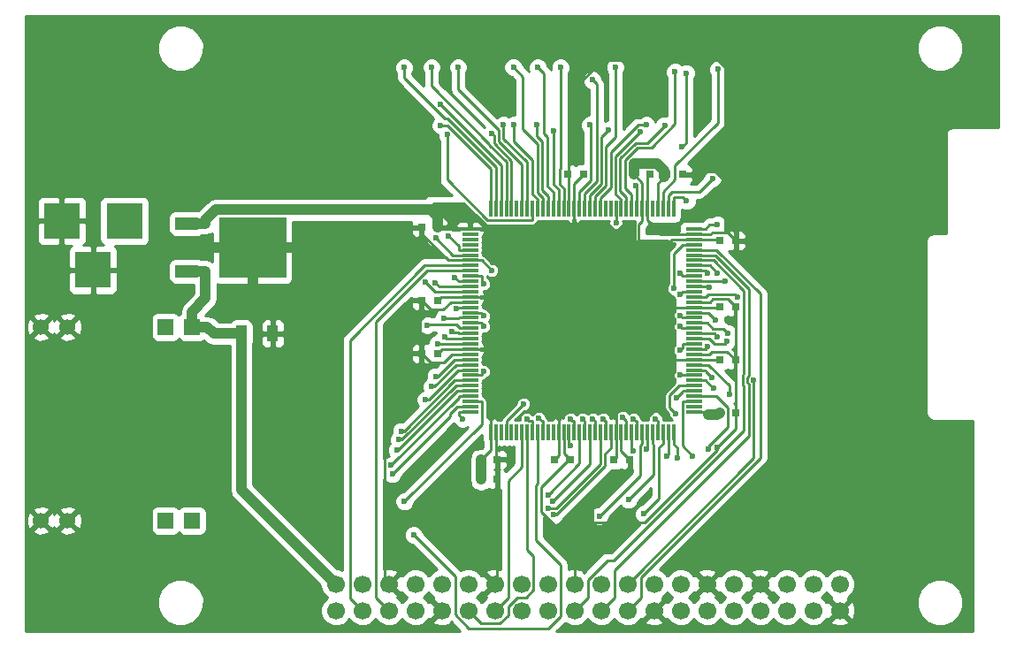
<source format=gbl>
G04 #@! TF.FileFunction,Copper,L2,Bot,Signal*
%FSLAX46Y46*%
G04 Gerber Fmt 4.6, Leading zero omitted, Abs format (unit mm)*
G04 Created by KiCad (PCBNEW 4.0.6) date 06/24/17 11:35:38*
%MOMM*%
%LPD*%
G01*
G04 APERTURE LIST*
%ADD10C,0.100000*%
%ADD11R,1.524000X1.524000*%
%ADD12C,1.524000*%
%ADD13R,3.500000X3.500000*%
%ADD14R,0.800000X0.750000*%
%ADD15R,1.000000X1.600000*%
%ADD16R,2.200000X1.200000*%
%ADD17R,6.400000X5.800000*%
%ADD18R,3.050000X2.750000*%
%ADD19R,0.300000X1.550000*%
%ADD20R,1.550000X0.300000*%
%ADD21C,1.700000*%
%ADD22C,0.600000*%
%ADD23C,0.500000*%
%ADD24C,1.000000*%
%ADD25C,0.250000*%
%ADD26C,0.254000*%
G04 APERTURE END LIST*
D10*
D11*
X16637000Y11303000D03*
X14097000Y11303000D03*
D12*
X2159000Y11303000D03*
X4699000Y11303000D03*
D11*
X16637000Y29845000D03*
X14097000Y29845000D03*
D12*
X2159000Y29845000D03*
X4699000Y29845000D03*
D13*
X10160000Y40005000D03*
X4160000Y40005000D03*
X7160000Y35305000D03*
D14*
X67195000Y21590000D03*
X68695000Y21590000D03*
X58940000Y44450000D03*
X60440000Y44450000D03*
X44335000Y17145000D03*
X45835000Y17145000D03*
X51320000Y17145000D03*
X52820000Y17145000D03*
X44335000Y15240000D03*
X45835000Y15240000D03*
X40120000Y39370000D03*
X38620000Y39370000D03*
X67195000Y31750000D03*
X68695000Y31750000D03*
X62115000Y44450000D03*
X63615000Y44450000D03*
X54090000Y44450000D03*
X52590000Y44450000D03*
X67195000Y26670000D03*
X68695000Y26670000D03*
X40120000Y27305000D03*
X38620000Y27305000D03*
X67195000Y38100000D03*
X68695000Y38100000D03*
X57035000Y17145000D03*
X58535000Y17145000D03*
D15*
X21360000Y29210000D03*
X24360000Y29210000D03*
D14*
X40120000Y32385000D03*
X38620000Y32385000D03*
D16*
X16120000Y35185000D03*
X16120000Y39745000D03*
D17*
X22420000Y37465000D03*
D18*
X24095000Y38990000D03*
X20745000Y35940000D03*
X24095000Y35940000D03*
X20745000Y38990000D03*
D19*
X45225000Y41180000D03*
X45725000Y41180000D03*
X46225000Y41180000D03*
X46725000Y41180000D03*
X47225000Y41180000D03*
X47725000Y41180000D03*
X48225000Y41180000D03*
X48725000Y41180000D03*
X49225000Y41180000D03*
X49725000Y41180000D03*
X50225000Y41180000D03*
X50725000Y41180000D03*
X51225000Y41180000D03*
X51725000Y41180000D03*
X52225000Y41180000D03*
X52725000Y41180000D03*
X53225000Y41180000D03*
X53725000Y41180000D03*
X54225000Y41180000D03*
X54725000Y41180000D03*
X55225000Y41180000D03*
X55725000Y41180000D03*
X56225000Y41180000D03*
X56725000Y41180000D03*
X57225000Y41180000D03*
X57725000Y41180000D03*
X58225000Y41180000D03*
X58725000Y41180000D03*
X59225000Y41180000D03*
X59725000Y41180000D03*
X60225000Y41180000D03*
X60725000Y41180000D03*
X61225000Y41180000D03*
X61725000Y41180000D03*
X62225000Y41180000D03*
X62725000Y41180000D03*
D20*
X64675000Y39230000D03*
X64675000Y38730000D03*
X64675000Y38230000D03*
X64675000Y37730000D03*
X64675000Y37230000D03*
X64675000Y36730000D03*
X64675000Y36230000D03*
X64675000Y35730000D03*
X64675000Y35230000D03*
X64675000Y34730000D03*
X64675000Y34230000D03*
X64675000Y33730000D03*
X64675000Y33230000D03*
X64675000Y32730000D03*
X64675000Y32230000D03*
X64675000Y31730000D03*
X64675000Y31230000D03*
X64675000Y30730000D03*
X64675000Y30230000D03*
X64675000Y29730000D03*
X64675000Y29230000D03*
X64675000Y28730000D03*
X64675000Y28230000D03*
X64675000Y27730000D03*
X64675000Y27230000D03*
X64675000Y26730000D03*
X64675000Y26230000D03*
X64675000Y25730000D03*
X64675000Y25230000D03*
X64675000Y24730000D03*
X64675000Y24230000D03*
X64675000Y23730000D03*
X64675000Y23230000D03*
X64675000Y22730000D03*
X64675000Y22230000D03*
X64675000Y21730000D03*
D19*
X62725000Y19780000D03*
X62225000Y19780000D03*
X61725000Y19780000D03*
X61225000Y19780000D03*
X60725000Y19780000D03*
X60225000Y19780000D03*
X59725000Y19780000D03*
X59225000Y19780000D03*
X58725000Y19780000D03*
X58225000Y19780000D03*
X57725000Y19780000D03*
X57225000Y19780000D03*
X56725000Y19780000D03*
X56225000Y19780000D03*
X55725000Y19780000D03*
X55225000Y19780000D03*
X54725000Y19780000D03*
X54225000Y19780000D03*
X53725000Y19780000D03*
X53225000Y19780000D03*
X52725000Y19780000D03*
X52225000Y19780000D03*
X51725000Y19780000D03*
X51225000Y19780000D03*
X50725000Y19780000D03*
X50225000Y19780000D03*
X49725000Y19780000D03*
X49225000Y19780000D03*
X48725000Y19780000D03*
X48225000Y19780000D03*
X47725000Y19780000D03*
X47225000Y19780000D03*
X46725000Y19780000D03*
X46225000Y19780000D03*
X45725000Y19780000D03*
X45225000Y19780000D03*
D20*
X43275000Y21730000D03*
X43275000Y22230000D03*
X43275000Y22730000D03*
X43275000Y23230000D03*
X43275000Y23730000D03*
X43275000Y24230000D03*
X43275000Y24730000D03*
X43275000Y25230000D03*
X43275000Y25730000D03*
X43275000Y26230000D03*
X43275000Y26730000D03*
X43275000Y27230000D03*
X43275000Y27730000D03*
X43275000Y28230000D03*
X43275000Y28730000D03*
X43275000Y29230000D03*
X43275000Y29730000D03*
X43275000Y30230000D03*
X43275000Y30730000D03*
X43275000Y31230000D03*
X43275000Y31730000D03*
X43275000Y32230000D03*
X43275000Y32730000D03*
X43275000Y33230000D03*
X43275000Y33730000D03*
X43275000Y34230000D03*
X43275000Y34730000D03*
X43275000Y35230000D03*
X43275000Y35730000D03*
X43275000Y36230000D03*
X43275000Y36730000D03*
X43275000Y37230000D03*
X43275000Y37730000D03*
X43275000Y38230000D03*
X43275000Y38730000D03*
X43275000Y39230000D03*
D21*
X30386000Y2690000D03*
X30385000Y5230000D03*
X32925000Y2690000D03*
X32925000Y5230000D03*
X35465000Y2690000D03*
X35465000Y5230000D03*
X38005000Y2690000D03*
X38005000Y5230000D03*
X40545000Y2690000D03*
X40545000Y5230000D03*
X43085000Y2690000D03*
X43085000Y5230000D03*
X45625000Y2690000D03*
X45625000Y5230000D03*
X48165000Y2690000D03*
X48165000Y5230000D03*
X50705000Y2690000D03*
X50705000Y5230000D03*
X53245000Y2690000D03*
X53245000Y5230000D03*
X55785000Y2690000D03*
X55785000Y5230000D03*
X58325000Y2690000D03*
X58325000Y5230000D03*
X60865000Y2690000D03*
X60865000Y5230000D03*
X63405000Y2690000D03*
X63405000Y5230000D03*
X65945000Y2690000D03*
X65945000Y5230000D03*
X68485000Y2690000D03*
X68485000Y5230000D03*
X71025000Y2690000D03*
X71025000Y5230000D03*
X73565000Y2690000D03*
X73565000Y5230000D03*
X76105000Y2690000D03*
X76105000Y5230000D03*
X78645000Y2690000D03*
X78645000Y5230000D03*
D22*
X58945300Y25400000D03*
X66032300Y21485700D03*
X83566000Y50927000D03*
X13970000Y50800000D03*
X18796000Y50673000D03*
X74168000Y14732000D03*
X70993000Y15367000D03*
X73152000Y7747000D03*
X73025000Y54102000D03*
X69977000Y54102000D03*
X78613000Y48260000D03*
X81026000Y44196000D03*
X24765000Y48133000D03*
X27686000Y48133000D03*
X60603400Y39654600D03*
X66918200Y18286100D03*
X45325200Y35280100D03*
X62725300Y33521800D03*
X70419500Y24781300D03*
X48387000Y22479000D03*
X42521800Y21072900D03*
X57221100Y39866800D03*
X66998200Y54530200D03*
X63923700Y54173700D03*
X63513400Y47072300D03*
X59095200Y43372200D03*
X62873400Y54268200D03*
X61885000Y49164500D03*
X59587900Y48553700D03*
X60121800Y49185700D03*
X57150000Y54726400D03*
X56516800Y48746500D03*
X54953600Y53511000D03*
X54715500Y49187700D03*
X51907300Y54689900D03*
X51265100Y48627900D03*
X49736300Y54713400D03*
X49678700Y49201100D03*
X47399000Y54730700D03*
X47416000Y49200300D03*
X41067600Y48263500D03*
X46461800Y49193200D03*
X42105900Y54723800D03*
X45361700Y48376000D03*
X39565900Y54723800D03*
X40406200Y51157400D03*
X36937500Y54698900D03*
X40429300Y49157700D03*
X66077600Y18120300D03*
X64579500Y17485800D03*
X62047400Y17477900D03*
X63138800Y17288800D03*
X61027300Y21071100D03*
X59877200Y11942500D03*
X60158000Y18185000D03*
X58412700Y13304900D03*
X58906600Y21060300D03*
X55622600Y11755300D03*
X57861900Y21233900D03*
X58873400Y18022600D03*
X56022300Y21056000D03*
X51280400Y11848400D03*
X55016200Y21056600D03*
X50711500Y12497300D03*
X54010100Y21061200D03*
X51193000Y13149500D03*
X52878100Y21061300D03*
X50701900Y13791500D03*
X49843500Y21152500D03*
X52876200Y18502600D03*
X48675100Y21070400D03*
X37846400Y9930000D03*
X66492300Y44054400D03*
X63991100Y41910000D03*
X66944900Y39618900D03*
X66909100Y35015600D03*
X65977100Y35028200D03*
X63359300Y34988400D03*
X67709000Y34215700D03*
X66126500Y33618100D03*
X63375600Y32998600D03*
X68857000Y32709100D03*
X66733100Y30527900D03*
X63390100Y30947100D03*
X67896900Y29261100D03*
X63388200Y29886400D03*
X66945300Y28914100D03*
X67827300Y28460700D03*
X63374000Y27635000D03*
X66019800Y27995800D03*
X68068700Y23387600D03*
X66415600Y24985000D03*
X63397700Y25224100D03*
X66594700Y23976800D03*
X62946200Y21563300D03*
X63029000Y23074300D03*
X41215000Y38599700D03*
X39947900Y38353600D03*
X44562600Y33977800D03*
X41801600Y34603100D03*
X39916300Y34108600D03*
X38959900Y34154300D03*
X41974800Y31599000D03*
X44567800Y30908900D03*
X40783300Y30726100D03*
X44583500Y29913500D03*
X39122400Y30035300D03*
X41528000Y29454200D03*
X40841400Y28872600D03*
X40128600Y28213700D03*
X39953700Y25132300D03*
X39588700Y24130000D03*
X38994500Y22878700D03*
X44553800Y25595400D03*
X36652200Y19875300D03*
X36431100Y19050000D03*
X36250500Y18059100D03*
X35704200Y16598600D03*
X36975800Y13144700D03*
X35812000Y15767100D03*
D23*
X40092150Y40473150D02*
X43727850Y40473150D01*
X46609000Y37592000D02*
X46736000Y37592000D01*
X43727850Y40473150D02*
X46609000Y37592000D01*
D24*
X62103000Y37719000D02*
X59499000Y37719000D01*
D25*
X62614000Y38230000D02*
X62103000Y37719000D01*
X64675000Y38230000D02*
X62614000Y38230000D01*
D24*
X59499000Y37719000D02*
X59372000Y37592000D01*
D25*
X64675000Y31730000D02*
X59860000Y31730000D01*
X59860000Y31730000D02*
X59372000Y31242000D01*
X43275000Y27730000D02*
X46736000Y27730000D01*
X46609000Y27686000D02*
X46736000Y27686000D01*
X46692000Y27686000D02*
X46609000Y27686000D01*
X46736000Y27730000D02*
X46692000Y27686000D01*
X43275000Y32730000D02*
X46736000Y32730000D01*
X46863000Y32766000D02*
X46736000Y32766000D01*
X46772000Y32766000D02*
X46863000Y32766000D01*
X46736000Y32730000D02*
X46772000Y32766000D01*
D24*
X46736000Y37592000D02*
X46736000Y32766000D01*
X46736000Y32766000D02*
X46736000Y27686000D01*
X46736000Y27686000D02*
X46736000Y24638000D01*
X46736000Y24638000D02*
X46037500Y23939500D01*
X53022000Y37592000D02*
X46736000Y37592000D01*
D25*
X53225000Y37794500D02*
X53022000Y37592000D01*
X53225000Y41180000D02*
X53225000Y37794500D01*
X59372000Y25717500D02*
X59531000Y25558800D01*
D24*
X59372000Y31242000D02*
X59372000Y25717500D01*
D25*
X51725000Y19780000D02*
X51725000Y23939500D01*
X51626000Y23876000D02*
X51626000Y23939500D01*
X51662000Y23876000D02*
X51626000Y23876000D01*
X51725000Y23939500D02*
X51662000Y23876000D01*
D24*
X60702000Y26730000D02*
X59531000Y25558800D01*
D25*
X64675000Y26730000D02*
X60702000Y26730000D01*
X45225000Y18035000D02*
X44335000Y17145000D01*
X45225000Y19780000D02*
X45225000Y18035000D01*
X51725000Y17550000D02*
X51320000Y17145000D01*
X51725000Y19780000D02*
X51725000Y17550000D01*
X57225000Y17335000D02*
X57035000Y17145000D01*
X57225000Y19780000D02*
X57225000Y17335000D01*
X67135000Y26730000D02*
X67195000Y26670000D01*
X64675000Y26730000D02*
X67135000Y26730000D01*
X67175000Y31730000D02*
X67195000Y31750000D01*
X64675000Y31730000D02*
X67175000Y31730000D01*
X67065000Y38230000D02*
X67195000Y38100000D01*
X64675000Y38230000D02*
X67065000Y38230000D01*
X59725000Y43665000D02*
X58940000Y44450000D01*
X59725000Y41180000D02*
X59725000Y43665000D01*
X40465000Y32730000D02*
X40120000Y32385000D01*
X43275000Y32730000D02*
X40465000Y32730000D01*
X40545000Y27730000D02*
X40120000Y27305000D01*
X43275000Y27730000D02*
X40545000Y27730000D01*
X45225000Y19780000D02*
X45225000Y23939500D01*
D24*
X46037500Y23939500D02*
X45225000Y23939500D01*
D25*
X57225000Y19780000D02*
X57225000Y23939500D01*
X57225000Y23939500D02*
X57277000Y23939500D01*
X57277000Y23939500D02*
X57225000Y23939500D01*
D24*
X57225000Y23939500D02*
X51725000Y23939500D01*
D25*
X51725000Y23939500D02*
X51626000Y23939500D01*
D24*
X51626000Y23939500D02*
X46037500Y23939500D01*
D25*
X59372000Y38163500D02*
X59372000Y37592000D01*
D24*
X59372000Y37592000D02*
X59372000Y31242000D01*
D25*
X59372000Y38230000D02*
X59372000Y38163500D01*
X59372000Y39624000D02*
X59372000Y38230000D01*
X59725000Y39976500D02*
X59372000Y39624000D01*
X59725000Y41180000D02*
X59725000Y39976500D01*
X59372000Y38230000D02*
X59372000Y38163500D01*
D24*
X59372000Y37592000D02*
X53022000Y37592000D01*
X44335000Y15240000D02*
X44335000Y17145000D01*
D25*
X53225000Y43585000D02*
X54090000Y44450000D01*
X53225000Y41180000D02*
X53225000Y43585000D01*
X61225000Y43560000D02*
X61866800Y44201800D01*
X61225000Y41180000D02*
X61225000Y43560000D01*
X61866800Y44201800D02*
X62115000Y44450000D01*
D24*
X61866800Y44835900D02*
X61866800Y44201800D01*
X61177400Y45525300D02*
X61866800Y44835900D01*
X58940000Y45525300D02*
X61177400Y45525300D01*
D25*
X67055000Y21730000D02*
X67125000Y21660000D01*
X64675000Y21730000D02*
X67055000Y21730000D01*
X67125000Y21660000D02*
X67195000Y21590000D01*
X59531000Y25558800D02*
X59158800Y25186500D01*
D24*
X58945300Y25400000D02*
X59158800Y25186500D01*
X57912000Y23939500D02*
X57277000Y23939500D01*
X59158800Y25186500D02*
X57912000Y23939500D01*
X66950700Y21485700D02*
X66032300Y21485700D01*
X67125000Y21660000D02*
X66950700Y21485700D01*
X58940000Y44450000D02*
X58940000Y45525300D01*
D25*
X40260000Y39230000D02*
X40120000Y39370000D01*
X43275000Y39230000D02*
X40260000Y39230000D01*
D24*
X17920300Y40070100D02*
X17920300Y39745000D01*
X18916300Y41066100D02*
X17920300Y40070100D01*
X39499200Y41066100D02*
X18916300Y41066100D01*
X40120000Y40445300D02*
X40092150Y40473150D01*
X40092150Y40473150D02*
X39499200Y41066100D01*
X40120000Y39370000D02*
X40120000Y40445300D01*
X16120000Y39745000D02*
X17920300Y39745000D01*
X22420000Y37465000D02*
X22420000Y32707000D01*
X22420000Y32707000D02*
X22352000Y32639000D01*
X22420000Y37465000D02*
X27686000Y37465000D01*
X22420000Y37465000D02*
X13970000Y37465000D01*
D25*
X13843000Y50673000D02*
X13462000Y50673000D01*
X13970000Y50800000D02*
X13843000Y50673000D01*
X18669000Y50546000D02*
X18669000Y50165000D01*
X18796000Y50673000D02*
X18669000Y50546000D01*
X69977000Y54102000D02*
X70104000Y53975000D01*
X24765000Y48133000D02*
X27686000Y48133000D01*
X57725000Y17955000D02*
X58535000Y17145000D01*
X57725000Y19780000D02*
X57725000Y17955000D01*
X45725000Y17255000D02*
X45835000Y17145000D01*
X45725000Y19780000D02*
X45725000Y17255000D01*
X60225000Y44235000D02*
X60440000Y44450000D01*
X60225000Y41180000D02*
X60225000Y44235000D01*
X60225000Y41180000D02*
X60225000Y40079700D01*
X39509000Y31496000D02*
X38620000Y32385000D01*
X40703500Y31496000D02*
X39509000Y31496000D01*
X41437500Y32230000D02*
X40703500Y31496000D01*
X43275000Y32230000D02*
X41437500Y32230000D01*
X45835000Y17145000D02*
X45835000Y16444700D01*
X45835000Y15240000D02*
X45835000Y16444700D01*
X67870000Y27495500D02*
X68695000Y26670000D01*
X66421000Y27495500D02*
X67870000Y27495500D01*
X66156000Y27230000D02*
X66421000Y27495500D01*
X64675000Y27230000D02*
X66156000Y27230000D01*
X60603400Y39701300D02*
X60603400Y39654600D01*
X60225000Y40079700D02*
X60603400Y39701300D01*
X61528000Y38730000D02*
X60603400Y39654600D01*
X64675000Y38730000D02*
X61528000Y38730000D01*
X66421000Y38862000D02*
X67645600Y38862000D01*
X66289000Y38730000D02*
X66421000Y38862000D01*
X64675000Y38730000D02*
X66289000Y38730000D01*
X67933000Y38862000D02*
X68695000Y38100000D01*
X67645600Y38862000D02*
X67933000Y38862000D01*
X63615000Y44450000D02*
X64340300Y44450000D01*
X52725000Y44315000D02*
X52657500Y44382500D01*
X52725000Y41180000D02*
X52725000Y44315000D01*
X52657500Y44382500D02*
X52590000Y44450000D01*
X67645600Y43796000D02*
X66714500Y44727100D01*
X67645600Y38862000D02*
X67645600Y43796000D01*
X64617400Y44727100D02*
X64340300Y44450000D01*
X66714500Y44727100D02*
X64617400Y44727100D01*
X68695000Y26670000D02*
X68695000Y25969700D01*
X68695000Y22290300D02*
X68695000Y25969700D01*
X67933000Y32512000D02*
X68695000Y31750000D01*
X66484000Y32512000D02*
X67933000Y32512000D01*
X66202000Y32230000D02*
X66484000Y32512000D01*
X64675000Y32230000D02*
X66202000Y32230000D01*
X68695000Y31750000D02*
X68695000Y31049700D01*
X68695000Y26670000D02*
X68695000Y27370300D01*
X68695000Y21940200D02*
X68695000Y22290300D01*
X52225000Y17740000D02*
X52524600Y17440400D01*
X52225000Y19780000D02*
X52225000Y17740000D01*
X52524600Y17440400D02*
X52820000Y17145000D01*
X68695000Y21940200D02*
X68695000Y21590000D01*
X58535000Y17145000D02*
X58535000Y16444700D01*
X54973100Y12882800D02*
X58535000Y16444700D01*
X54973100Y11108000D02*
X54973100Y12882800D01*
X52857300Y9379900D02*
X53245000Y9379900D01*
X50068500Y12168700D02*
X52857300Y9379900D01*
X50068500Y14546500D02*
X50068500Y12168700D01*
X52524600Y17002600D02*
X50068500Y14546500D01*
X52524600Y17440400D02*
X52524600Y17002600D01*
X54973100Y11108000D02*
X53245000Y9379900D01*
X53245000Y9379900D02*
X53245000Y5230000D01*
X68695000Y31049700D02*
X68695000Y27370300D01*
X68695000Y20062900D02*
X66918200Y18286100D01*
X68695000Y21590000D02*
X68695000Y20062900D01*
X59993800Y11108000D02*
X54973100Y11108000D01*
X66918200Y18032400D02*
X59993800Y11108000D01*
X66918200Y18286100D02*
X66918200Y18032400D01*
X38497100Y28128200D02*
X38620000Y28005300D01*
X38497100Y30484100D02*
X38497100Y28128200D01*
X39509000Y31496000D02*
X38497100Y30484100D01*
X38620000Y27305000D02*
X38620000Y28005300D01*
X35064000Y22098000D02*
X39445500Y26479500D01*
X35064000Y5631000D02*
X35064000Y22098000D01*
X35465000Y5230000D02*
X35064000Y5631000D01*
X40767000Y26479500D02*
X39445500Y26479500D01*
X41517500Y27230000D02*
X40767000Y26479500D01*
X43275000Y27230000D02*
X41517500Y27230000D01*
X39445500Y26479500D02*
X38620000Y27305000D01*
X45835000Y5440000D02*
X45835000Y15240000D01*
X45625000Y5230000D02*
X45835000Y5440000D01*
X52657500Y52107900D02*
X52657500Y44382500D01*
X55940000Y55390400D02*
X52657500Y52107900D01*
X67028500Y55390400D02*
X55940000Y55390400D01*
X67651000Y54767900D02*
X67028500Y55390400D01*
X67651000Y45663600D02*
X67651000Y54767900D01*
X66714500Y44727100D02*
X67651000Y45663600D01*
X20745000Y38990000D02*
X20745000Y38139900D01*
X38620000Y39370000D02*
X38620000Y39019900D01*
X24095000Y35089900D02*
X24095000Y35940000D01*
X43275000Y36230000D02*
X44375300Y36230000D01*
X44375300Y36230000D02*
X45325200Y35280100D01*
X20745000Y35940000D02*
X20745000Y37640300D01*
X24095000Y35940000D02*
X24095000Y37640300D01*
X23420200Y38315200D02*
X24095000Y37640300D01*
X24095000Y38990000D02*
X23420200Y38315200D01*
X23182400Y38227400D02*
X22420000Y37465000D01*
X23332400Y38227400D02*
X23182400Y38227400D01*
X23420200Y38315200D02*
X23332400Y38227400D01*
X38620000Y38990000D02*
X38620000Y39019900D01*
X41133200Y36230000D02*
X43275000Y36230000D01*
X38620000Y38743200D02*
X41133200Y36230000D01*
X38620000Y38990000D02*
X38620000Y38743200D01*
X21745100Y38139900D02*
X22420000Y37465000D01*
X20745000Y38139900D02*
X21745100Y38139900D01*
X20745000Y38139900D02*
X20745000Y37640300D01*
D24*
X16120000Y35185000D02*
X17920300Y35185000D01*
X17920300Y32590600D02*
X17920300Y35185000D01*
X16637000Y31307300D02*
X17920300Y32590600D01*
X16637000Y29845000D02*
X16637000Y31307300D01*
X16637000Y29845000D02*
X18099300Y29845000D01*
X18734300Y29210000D02*
X18099300Y29845000D01*
X21360000Y29210000D02*
X18734300Y29210000D01*
X21360000Y14255000D02*
X30385000Y5230000D01*
X21360000Y29210000D02*
X21360000Y14255000D01*
D25*
X31734400Y3880600D02*
X32925000Y2690000D01*
X31734400Y28543000D02*
X31734400Y3880600D01*
X38921400Y35730000D02*
X31734400Y28543000D01*
X43275000Y35730000D02*
X38921400Y35730000D01*
X43275000Y35230000D02*
X42174700Y35230000D01*
X39102700Y35230000D02*
X42174700Y35230000D01*
X34251300Y30378600D02*
X39102700Y35230000D01*
X34251300Y3903700D02*
X34251300Y30378600D01*
X35465000Y2690000D02*
X34251300Y3903700D01*
X48725000Y19780000D02*
X48725000Y18679700D01*
X44327000Y1448000D02*
X43085000Y2690000D01*
X46114800Y1448000D02*
X44327000Y1448000D01*
X46895000Y2228200D02*
X46114800Y1448000D01*
X46895000Y3082200D02*
X46895000Y2228200D01*
X47772800Y3960000D02*
X46895000Y3082200D01*
X48596000Y3960000D02*
X47772800Y3960000D01*
X49340400Y4704400D02*
X48596000Y3960000D01*
X49340400Y7897500D02*
X49340400Y4704400D01*
X48725000Y8512900D02*
X49340400Y7897500D01*
X48725000Y18679700D02*
X48725000Y8512900D01*
X46895000Y3960000D02*
X45625000Y2690000D01*
X46895000Y15133200D02*
X46895000Y3960000D01*
X48225000Y16463200D02*
X46895000Y15133200D01*
X48225000Y19780000D02*
X48225000Y16463200D01*
X54515000Y3960000D02*
X53245000Y2690000D01*
X54515000Y5645300D02*
X54515000Y3960000D01*
X56377200Y7507500D02*
X54515000Y5645300D01*
X57044600Y7507500D02*
X56377200Y7507500D01*
X69488100Y19951000D02*
X57044600Y7507500D01*
X69488100Y24191500D02*
X69488100Y19951000D01*
X69343900Y24335700D02*
X69488100Y24191500D01*
X69343900Y25226900D02*
X69343900Y24335700D01*
X69488100Y25371100D02*
X69343900Y25226900D01*
X69488100Y33321200D02*
X69488100Y25371100D01*
X66579300Y36230000D02*
X69488100Y33321200D01*
X64675000Y36230000D02*
X66579300Y36230000D01*
X57055000Y3960000D02*
X55785000Y2690000D01*
X57055000Y6541600D02*
X57055000Y3960000D01*
X69938400Y19425000D02*
X57055000Y6541600D01*
X69938400Y24378100D02*
X69938400Y19425000D01*
X69794200Y24522300D02*
X69938400Y24378100D01*
X69794200Y25040300D02*
X69794200Y24522300D01*
X69938400Y25184500D02*
X69794200Y25040300D01*
X69938400Y33507800D02*
X69938400Y25184500D01*
X66716200Y36730000D02*
X69938400Y33507800D01*
X64675000Y36730000D02*
X66716200Y36730000D01*
X59595000Y3960000D02*
X58325000Y2690000D01*
X59595000Y5863100D02*
X59595000Y3960000D01*
X71066700Y17334800D02*
X59595000Y5863100D01*
X71066700Y33024800D02*
X71066700Y17334800D01*
X66861500Y37230000D02*
X71066700Y33024800D01*
X64675000Y37230000D02*
X66861500Y37230000D01*
X70419500Y17324500D02*
X58325000Y5230000D01*
X70419500Y24781300D02*
X70419500Y17324500D01*
X64675000Y37730000D02*
X63574700Y37730000D01*
X62725300Y36880600D02*
X62725300Y33521800D01*
X63574700Y37730000D02*
X62725300Y36880600D01*
X46725000Y19780000D02*
X46725000Y20880300D01*
X46753800Y20880300D02*
X48387000Y22479000D01*
X46725000Y20880300D02*
X46753800Y20880300D01*
X43275000Y21730000D02*
X42174700Y21730000D01*
X42174700Y21420000D02*
X42521800Y21072900D01*
X42174700Y21730000D02*
X42174700Y21420000D01*
X57221100Y40075800D02*
X57221100Y39866800D01*
X57225000Y40079700D02*
X57221100Y40075800D01*
X57225000Y41180000D02*
X57225000Y40079700D01*
X61725000Y42814400D02*
X61725000Y41180000D01*
X62889600Y43979000D02*
X61725000Y42814400D01*
X62889600Y45297800D02*
X62889600Y43979000D01*
X66998200Y49406400D02*
X62889600Y45297800D01*
X66998200Y54530200D02*
X66998200Y49406400D01*
X63923700Y47482600D02*
X63513400Y47072300D01*
X63923700Y54173700D02*
X63923700Y47482600D01*
X59225000Y43242400D02*
X59095200Y43372200D01*
X59225000Y41180000D02*
X59225000Y43242400D01*
X62873400Y49268500D02*
X62873400Y54268200D01*
X60632500Y47027600D02*
X62873400Y49268500D01*
X59267900Y47027600D02*
X60632500Y47027600D01*
X58099800Y45859500D02*
X59267900Y47027600D01*
X58099800Y43157800D02*
X58099800Y45859500D01*
X58725000Y42532600D02*
X58099800Y43157800D01*
X58725000Y41180000D02*
X58725000Y42532600D01*
X57634500Y42870800D02*
X58225000Y42280300D01*
X57634500Y46031100D02*
X57634500Y42870800D01*
X59081400Y47478000D02*
X57634500Y46031100D01*
X60198500Y47478000D02*
X59081400Y47478000D01*
X61885000Y49164500D02*
X60198500Y47478000D01*
X58225000Y41180000D02*
X58225000Y42280300D01*
X59520200Y48553700D02*
X59587900Y48553700D01*
X57184200Y46217700D02*
X59520200Y48553700D01*
X57184200Y42611600D02*
X57184200Y46217700D01*
X57725000Y42070800D02*
X57184200Y42611600D01*
X57725000Y41180000D02*
X57725000Y42070800D01*
X55725000Y42190700D02*
X55725000Y41180000D01*
X56733900Y43199600D02*
X55725000Y42190700D01*
X56733900Y46584000D02*
X56733900Y43199600D01*
X59335500Y49185600D02*
X56733900Y46584000D01*
X60121800Y49185600D02*
X59335500Y49185600D01*
X60121800Y49185700D02*
X60121800Y49185600D01*
X57150000Y48007000D02*
X57150000Y54726400D01*
X56283600Y47140600D02*
X57150000Y48007000D01*
X56283600Y43386200D02*
X56283600Y47140600D01*
X55225000Y42327600D02*
X56283600Y43386200D01*
X55225000Y41180000D02*
X55225000Y42327600D01*
X55825000Y48054700D02*
X56516800Y48746500D01*
X55825000Y43564500D02*
X55825000Y48054700D01*
X54725000Y42464500D02*
X55825000Y43564500D01*
X54725000Y41180000D02*
X54725000Y42464500D01*
X55374600Y53090000D02*
X54953600Y53511000D01*
X55374600Y43777200D02*
X55374600Y53090000D01*
X54225000Y42627600D02*
X55374600Y43777200D01*
X54225000Y41180000D02*
X54225000Y42627600D01*
X53725000Y42817700D02*
X53725000Y41180000D01*
X54815400Y43908100D02*
X53725000Y42817700D01*
X54815400Y49087800D02*
X54815400Y43908100D01*
X54715500Y49187700D02*
X54815400Y49087800D01*
X51907300Y45002400D02*
X51907300Y54689900D01*
X51864700Y44959800D02*
X51907300Y45002400D01*
X51864700Y43504500D02*
X51864700Y44959800D01*
X52225000Y43144200D02*
X51864700Y43504500D01*
X52225000Y41180000D02*
X52225000Y43144200D01*
X51265100Y43467200D02*
X51265100Y48627900D01*
X51725000Y43007300D02*
X51265100Y43467200D01*
X51725000Y41180000D02*
X51725000Y43007300D01*
X50355300Y54094400D02*
X49736300Y54713400D01*
X50355300Y48343900D02*
X50355300Y54094400D01*
X50698400Y48000800D02*
X50355300Y48343900D01*
X50698400Y43309300D02*
X50698400Y48000800D01*
X51225000Y42782700D02*
X50698400Y43309300D01*
X51225000Y41180000D02*
X51225000Y42782700D01*
X50725000Y41180000D02*
X50725000Y42280300D01*
X49678700Y48136200D02*
X49678700Y49201100D01*
X50175400Y47639500D02*
X49678700Y48136200D01*
X50175400Y42927200D02*
X50175400Y47639500D01*
X50725000Y42377600D02*
X50175400Y42927200D01*
X50725000Y42280300D02*
X50725000Y42377600D01*
X48316700Y53813000D02*
X47399000Y54730700D01*
X48316700Y48785400D02*
X48316700Y53813000D01*
X49725000Y47377100D02*
X48316700Y48785400D01*
X49725000Y42740700D02*
X49725000Y47377100D01*
X50225000Y42240700D02*
X49725000Y42740700D01*
X50225000Y41180000D02*
X50225000Y42240700D01*
X47416000Y47582200D02*
X47416000Y49200300D01*
X49175400Y45822800D02*
X47416000Y47582200D01*
X49175400Y42621000D02*
X49175400Y45822800D01*
X49725000Y42071400D02*
X49175400Y42621000D01*
X49725000Y41180000D02*
X49725000Y42071400D01*
X49225000Y41180000D02*
X49225000Y40079700D01*
X41067600Y43947400D02*
X41067600Y48263500D01*
X44935300Y40079700D02*
X41067600Y43947400D01*
X49225000Y40079700D02*
X44935300Y40079700D01*
X46461800Y47899500D02*
X46461800Y49193200D01*
X48725000Y45636300D02*
X46461800Y47899500D01*
X48725000Y41180000D02*
X48725000Y45636300D01*
X48225000Y45419700D02*
X48225000Y41180000D01*
X45987100Y47657600D02*
X48225000Y45419700D01*
X45987100Y48712800D02*
X45987100Y47657600D01*
X42105900Y52594000D02*
X45987100Y48712800D01*
X42105900Y54723800D02*
X42105900Y52594000D01*
X47225000Y45782800D02*
X47225000Y41180000D01*
X45536800Y47471000D02*
X47225000Y45782800D01*
X45536800Y48200900D02*
X45536800Y47471000D01*
X45361700Y48376000D02*
X45536800Y48200900D01*
X46725000Y45645900D02*
X46725000Y41180000D01*
X45086500Y47284400D02*
X46725000Y45645900D01*
X45086500Y47402300D02*
X45086500Y47284400D01*
X39565900Y52922900D02*
X45086500Y47402300D01*
X39565900Y54723800D02*
X39565900Y52922900D01*
X46225000Y45338600D02*
X46225000Y41180000D01*
X40406200Y51157400D02*
X46225000Y45338600D01*
X45725000Y45149600D02*
X45725000Y41180000D01*
X41091500Y49783100D02*
X45725000Y45149600D01*
X40874500Y49783100D02*
X41091500Y49783100D01*
X36937500Y53720100D02*
X40874500Y49783100D01*
X36937500Y54698900D02*
X36937500Y53720100D01*
X45225000Y41180000D02*
X45225000Y42280300D01*
X45225000Y44990500D02*
X45225000Y42280300D01*
X41057800Y49157700D02*
X45225000Y44990500D01*
X40429300Y49157700D02*
X41057800Y49157700D01*
X66077600Y18412100D02*
X66077600Y18120300D01*
X67960000Y20294500D02*
X66077600Y18412100D01*
X67960000Y22095600D02*
X67960000Y20294500D01*
X66825600Y23230000D02*
X67960000Y22095600D01*
X64675000Y23230000D02*
X66825600Y23230000D01*
X64675000Y22730000D02*
X63574700Y22730000D01*
X63574700Y18490600D02*
X64579500Y17485800D01*
X63574700Y22730000D02*
X63574700Y18490600D01*
X62225000Y17655500D02*
X62047400Y17477900D01*
X62225000Y19780000D02*
X62225000Y17655500D01*
X62725000Y19780000D02*
X62725000Y18679700D01*
X63138800Y18265900D02*
X63138800Y17288800D01*
X62725000Y18679700D02*
X63138800Y18265900D01*
X61218100Y20880300D02*
X61027300Y21071100D01*
X61225000Y20880300D02*
X61218100Y20880300D01*
X61225000Y19780000D02*
X61225000Y20880300D01*
X61361200Y13426500D02*
X59877200Y11942500D01*
X61361200Y18315900D02*
X61361200Y13426500D01*
X61725000Y18679700D02*
X61361200Y18315900D01*
X61725000Y19780000D02*
X61725000Y18679700D01*
X60225000Y18252000D02*
X60158000Y18185000D01*
X60225000Y19780000D02*
X60225000Y18252000D01*
X60725000Y19780000D02*
X60725000Y18679700D01*
X60802400Y18602300D02*
X60725000Y18679700D01*
X60802400Y15694600D02*
X60802400Y18602300D01*
X58412700Y13304900D02*
X60802400Y15694600D01*
X59086600Y20880300D02*
X58906600Y21060300D01*
X59225000Y20880300D02*
X59086600Y20880300D01*
X59225000Y19780000D02*
X59225000Y20880300D01*
X59506000Y15638700D02*
X55622600Y11755300D01*
X59506000Y18460700D02*
X59506000Y15638700D01*
X59725000Y18679700D02*
X59506000Y18460700D01*
X59725000Y19780000D02*
X59725000Y18679700D01*
X58215500Y20880300D02*
X57861900Y21233900D01*
X58225000Y20880300D02*
X58215500Y20880300D01*
X58225000Y19780000D02*
X58225000Y20880300D01*
X58725000Y18171000D02*
X58725000Y19780000D01*
X58873400Y18022600D02*
X58725000Y18171000D01*
X56198000Y20880300D02*
X56022300Y21056000D01*
X56225000Y20880300D02*
X56198000Y20880300D01*
X56225000Y19780000D02*
X56225000Y20880300D01*
X51477000Y11848400D02*
X51280400Y11848400D01*
X56175400Y16546800D02*
X51477000Y11848400D01*
X56175400Y17730000D02*
X56175400Y16546800D01*
X56725000Y18279600D02*
X56175400Y17730000D01*
X56725000Y19780000D02*
X56725000Y18279600D01*
X55192500Y20880300D02*
X55225000Y20880300D01*
X55016200Y21056600D02*
X55192500Y20880300D01*
X55225000Y19780000D02*
X55225000Y20880300D01*
X51486500Y12497300D02*
X50711500Y12497300D01*
X55725000Y16735800D02*
X51486500Y12497300D01*
X55725000Y19780000D02*
X55725000Y16735800D01*
X54191000Y20880300D02*
X54225000Y20880300D01*
X54010100Y21061200D02*
X54191000Y20880300D01*
X54225000Y19780000D02*
X54225000Y20880300D01*
X54725000Y16681500D02*
X51193000Y13149500D01*
X54725000Y19780000D02*
X54725000Y16681500D01*
X53059100Y20880300D02*
X52878100Y21061300D01*
X53225000Y20880300D02*
X53059100Y20880300D01*
X53225000Y19780000D02*
X53225000Y20880300D01*
X53725000Y16814600D02*
X53725000Y19780000D01*
X50701900Y13791500D02*
X53725000Y16814600D01*
X50115700Y20880300D02*
X49843500Y21152500D01*
X50225000Y20880300D02*
X50115700Y20880300D01*
X50225000Y19780000D02*
X50225000Y20880300D01*
X52725000Y19780000D02*
X52725000Y18679700D01*
X52725000Y18653800D02*
X52876200Y18502600D01*
X52725000Y18679700D02*
X52725000Y18653800D01*
X49225000Y19780000D02*
X49225000Y20880300D01*
X48865200Y20880300D02*
X48675100Y21070400D01*
X49225000Y20880300D02*
X48865200Y20880300D01*
X41815000Y5961400D02*
X37846400Y9930000D01*
X41815000Y2286200D02*
X41815000Y5961400D01*
X43114000Y987200D02*
X41815000Y2286200D01*
X50737600Y987200D02*
X43114000Y987200D01*
X51897700Y2147300D02*
X50737600Y987200D01*
X51897700Y7080100D02*
X51897700Y2147300D01*
X49546700Y9431100D02*
X51897700Y7080100D01*
X49546700Y14714900D02*
X49546700Y9431100D01*
X49725000Y14893200D02*
X49546700Y14714900D01*
X49725000Y19780000D02*
X49725000Y14893200D01*
X65225100Y42787200D02*
X66492300Y44054400D01*
X62578800Y42787200D02*
X65225100Y42787200D01*
X62225000Y42433400D02*
X62578800Y42787200D01*
X62225000Y41180000D02*
X62225000Y42433400D01*
X62725000Y41180000D02*
X62725000Y42280300D01*
X63620800Y42280300D02*
X63991100Y41910000D01*
X62725000Y42280300D02*
X63620800Y42280300D01*
X66164200Y39618900D02*
X65775300Y39230000D01*
X66944900Y39618900D02*
X66164200Y39618900D01*
X64675000Y39230000D02*
X65775300Y39230000D01*
X66194700Y35730000D02*
X66909100Y35015600D01*
X64675000Y35730000D02*
X66194700Y35730000D01*
X64675000Y35230000D02*
X65775300Y35230000D01*
X65775300Y35230000D02*
X65977100Y35028200D01*
X63574700Y34773000D02*
X63359300Y34988400D01*
X63574700Y34730000D02*
X63574700Y34773000D01*
X64675000Y34730000D02*
X63574700Y34730000D01*
X65788700Y34243400D02*
X65775300Y34230000D01*
X67681300Y34243400D02*
X65788700Y34243400D01*
X67709000Y34215700D02*
X67681300Y34243400D01*
X64675000Y34230000D02*
X65775300Y34230000D01*
X66014600Y33730000D02*
X64675000Y33730000D01*
X66126500Y33618100D02*
X66014600Y33730000D01*
X64675000Y33230000D02*
X63574700Y33230000D01*
X63574700Y33197700D02*
X63375600Y32998600D01*
X63574700Y33230000D02*
X63574700Y33197700D01*
X64675000Y32730000D02*
X65775300Y32730000D01*
X68573300Y32992800D02*
X68857000Y32709100D01*
X66038100Y32992800D02*
X68573300Y32992800D01*
X65775300Y32730000D02*
X66038100Y32992800D01*
X66031000Y31230000D02*
X66733100Y30527900D01*
X64675000Y31230000D02*
X66031000Y31230000D01*
X64675000Y30730000D02*
X63574700Y30730000D01*
X63574700Y30762500D02*
X63390100Y30947100D01*
X63574700Y30730000D02*
X63574700Y30762500D01*
X67477600Y29680400D02*
X67896900Y29261100D01*
X66514400Y29680400D02*
X67477600Y29680400D01*
X65964800Y30230000D02*
X66514400Y29680400D01*
X64675000Y30230000D02*
X65964800Y30230000D01*
X64675000Y29730000D02*
X63574700Y29730000D01*
X63544600Y29730000D02*
X63388200Y29886400D01*
X63574700Y29730000D02*
X63544600Y29730000D01*
X64675000Y29230000D02*
X65775300Y29230000D01*
X66629400Y29230000D02*
X66945300Y28914100D01*
X65775300Y29230000D02*
X66629400Y29230000D01*
X67632300Y28265700D02*
X67827300Y28460700D01*
X66639400Y28265700D02*
X67632300Y28265700D01*
X66175100Y28730000D02*
X66639400Y28265700D01*
X64675000Y28730000D02*
X66175100Y28730000D01*
X63574700Y27835700D02*
X63374000Y27635000D01*
X63574700Y28230000D02*
X63574700Y27835700D01*
X64675000Y28230000D02*
X63574700Y28230000D01*
X64675000Y27730000D02*
X65775300Y27730000D01*
X65775300Y27751300D02*
X66019800Y27995800D01*
X65775300Y27730000D02*
X65775300Y27751300D01*
X64675000Y26230000D02*
X65775300Y26230000D01*
X68068700Y24216300D02*
X68068700Y23387600D01*
X66055000Y26230000D02*
X68068700Y24216300D01*
X65775300Y26230000D02*
X66055000Y26230000D01*
X65775300Y25625300D02*
X65775300Y25730000D01*
X66415600Y24985000D02*
X65775300Y25625300D01*
X64675000Y25730000D02*
X65775300Y25730000D01*
X64675000Y25230000D02*
X63574700Y25230000D01*
X63568800Y25224100D02*
X63574700Y25230000D01*
X63397700Y25224100D02*
X63568800Y25224100D01*
X66528500Y23976800D02*
X65775300Y24730000D01*
X66594700Y23976800D02*
X66528500Y23976800D01*
X64675000Y24730000D02*
X65775300Y24730000D01*
X62358600Y22150900D02*
X62946200Y21563300D01*
X62358600Y23293400D02*
X62358600Y22150900D01*
X63295200Y24230000D02*
X62358600Y23293400D01*
X64675000Y24230000D02*
X63295200Y24230000D01*
X63574700Y23620000D02*
X63029000Y23074300D01*
X63574700Y23730000D02*
X63574700Y23620000D01*
X64675000Y23730000D02*
X63574700Y23730000D01*
X43275000Y37230000D02*
X42174700Y37230000D01*
X42174700Y37640000D02*
X41215000Y38599700D01*
X42174700Y37230000D02*
X42174700Y37640000D01*
X41571500Y36730000D02*
X39947900Y38353600D01*
X43275000Y36730000D02*
X41571500Y36730000D01*
X43275000Y34730000D02*
X44375300Y34730000D01*
X44375300Y34165100D02*
X44562600Y33977800D01*
X44375300Y34730000D02*
X44375300Y34165100D01*
X43275000Y34230000D02*
X42174700Y34230000D01*
X42174700Y34230000D02*
X41801600Y34603100D01*
X43275000Y33730000D02*
X42174700Y33730000D01*
X40294900Y33730000D02*
X39916300Y34108600D01*
X42174700Y33730000D02*
X40294900Y33730000D01*
X39884200Y33230000D02*
X38959900Y34154300D01*
X43275000Y33230000D02*
X39884200Y33230000D01*
X43275000Y31730000D02*
X42174700Y31730000D01*
X42043700Y31599000D02*
X41974800Y31599000D01*
X42174700Y31730000D02*
X42043700Y31599000D01*
X44375300Y31101400D02*
X44375300Y31230000D01*
X44567800Y30908900D02*
X44375300Y31101400D01*
X43275000Y31230000D02*
X44375300Y31230000D01*
X43275000Y30730000D02*
X42174700Y30730000D01*
X42170800Y30726100D02*
X40783300Y30726100D01*
X42174700Y30730000D02*
X42170800Y30726100D01*
X44375300Y30121700D02*
X44583500Y29913500D01*
X44375300Y30230000D02*
X44375300Y30121700D01*
X43275000Y30230000D02*
X44375300Y30230000D01*
X39166700Y30079600D02*
X39122400Y30035300D01*
X41962000Y30079600D02*
X39166700Y30079600D01*
X42311600Y29730000D02*
X41962000Y30079600D01*
X43275000Y29730000D02*
X42311600Y29730000D01*
X43275000Y29230000D02*
X42174700Y29230000D01*
X42081800Y29322900D02*
X42174700Y29230000D01*
X41659200Y29322900D02*
X42081800Y29322900D01*
X41659200Y29323000D02*
X41659200Y29322900D01*
X41528000Y29454200D02*
X41659200Y29323000D01*
X40984000Y28730000D02*
X43275000Y28730000D01*
X40841400Y28872600D02*
X40984000Y28730000D01*
X43275000Y28230000D02*
X42174700Y28230000D01*
X42158400Y28213700D02*
X42174700Y28230000D01*
X40128600Y28213700D02*
X42158400Y28213700D01*
X40169800Y25132300D02*
X39953700Y25132300D01*
X41767500Y26730000D02*
X40169800Y25132300D01*
X43275000Y26730000D02*
X41767500Y26730000D01*
X39845900Y24130000D02*
X39588700Y24130000D01*
X41945900Y26230000D02*
X39845900Y24130000D01*
X43275000Y26230000D02*
X41945900Y26230000D01*
X42124400Y25730000D02*
X43275000Y25730000D01*
X39273100Y22878700D02*
X42124400Y25730000D01*
X38994500Y22878700D02*
X39273100Y22878700D01*
X44375300Y25416900D02*
X44553800Y25595400D01*
X44375300Y25230000D02*
X44375300Y25416900D01*
X43275000Y25230000D02*
X44375300Y25230000D01*
X41761300Y24730000D02*
X43275000Y24730000D01*
X36906600Y19875300D02*
X41761300Y24730000D01*
X36652200Y19875300D02*
X36906600Y19875300D01*
X43275000Y24230000D02*
X42174700Y24230000D01*
X41898200Y24230000D02*
X42174700Y24230000D01*
X36718200Y19050000D02*
X41898200Y24230000D01*
X36431100Y19050000D02*
X36718200Y19050000D01*
X42035100Y23730000D02*
X43275000Y23730000D01*
X36364200Y18059100D02*
X42035100Y23730000D01*
X36250500Y18059100D02*
X36364200Y18059100D01*
X42174700Y23069100D02*
X42174700Y23230000D01*
X35704200Y16598600D02*
X42174700Y23069100D01*
X43275000Y23230000D02*
X42174700Y23230000D01*
X43275000Y22730000D02*
X44375300Y22730000D01*
X44375300Y20544200D02*
X36975800Y13144700D01*
X44375300Y22730000D02*
X44375300Y20544200D01*
X43275000Y22230000D02*
X42174700Y22230000D01*
X42023500Y22230000D02*
X42174700Y22230000D01*
X41321100Y21527600D02*
X42023500Y22230000D01*
X41321100Y21276200D02*
X41321100Y21527600D01*
X35812000Y15767100D02*
X41321100Y21276200D01*
D26*
G36*
X93853000Y48970000D02*
X89535000Y48970000D01*
X89263295Y48915954D01*
X89032954Y48762046D01*
X88879046Y48531705D01*
X88825000Y48260000D01*
X88825000Y38810000D01*
X87630000Y38810000D01*
X87358295Y38755954D01*
X87127954Y38602046D01*
X86974046Y38371705D01*
X86920000Y38100000D01*
X86920000Y21590000D01*
X86974046Y21318295D01*
X87127954Y21087954D01*
X87358295Y20934046D01*
X87630000Y20880000D01*
X91365000Y20880000D01*
X91365000Y710000D01*
X51535202Y710000D01*
X52329929Y1504727D01*
X52402717Y1431812D01*
X52948319Y1205258D01*
X53539089Y1204743D01*
X54085086Y1430344D01*
X54503188Y1847717D01*
X54514748Y1875557D01*
X54525344Y1849914D01*
X54942717Y1431812D01*
X55488319Y1205258D01*
X56079089Y1204743D01*
X56625086Y1430344D01*
X57043188Y1847717D01*
X57054748Y1875557D01*
X57065344Y1849914D01*
X57482717Y1431812D01*
X58028319Y1205258D01*
X58619089Y1204743D01*
X59165086Y1430344D01*
X59381160Y1646042D01*
X60000647Y1646042D01*
X60080920Y1394741D01*
X60636279Y1193282D01*
X61226458Y1219685D01*
X61649080Y1394741D01*
X61729353Y1646042D01*
X60865000Y2510395D01*
X60000647Y1646042D01*
X59381160Y1646042D01*
X59583188Y1847717D01*
X59602951Y1895312D01*
X59821042Y1825647D01*
X60685395Y2690000D01*
X60671253Y2704142D01*
X60850858Y2883747D01*
X60865000Y2869605D01*
X61729353Y3733958D01*
X61659819Y3951640D01*
X61705086Y3970344D01*
X62123188Y4387717D01*
X62134748Y4415557D01*
X62145344Y4389914D01*
X62562717Y3971812D01*
X62590557Y3960252D01*
X62564914Y3949656D01*
X62146812Y3532283D01*
X62127049Y3484688D01*
X61908958Y3554353D01*
X61044605Y2690000D01*
X61908958Y1825647D01*
X62126640Y1895181D01*
X62145344Y1849914D01*
X62562717Y1431812D01*
X63108319Y1205258D01*
X63699089Y1204743D01*
X64245086Y1430344D01*
X64663188Y1847717D01*
X64674748Y1875557D01*
X64685344Y1849914D01*
X65102717Y1431812D01*
X65648319Y1205258D01*
X66239089Y1204743D01*
X66785086Y1430344D01*
X67203188Y1847717D01*
X67214748Y1875557D01*
X67225344Y1849914D01*
X67642717Y1431812D01*
X68188319Y1205258D01*
X68779089Y1204743D01*
X69325086Y1430344D01*
X69743188Y1847717D01*
X69754748Y1875557D01*
X69765344Y1849914D01*
X70182717Y1431812D01*
X70728319Y1205258D01*
X71319089Y1204743D01*
X71865086Y1430344D01*
X72283188Y1847717D01*
X72294748Y1875557D01*
X72305344Y1849914D01*
X72722717Y1431812D01*
X73268319Y1205258D01*
X73859089Y1204743D01*
X74405086Y1430344D01*
X74823188Y1847717D01*
X74834748Y1875557D01*
X74845344Y1849914D01*
X75262717Y1431812D01*
X75808319Y1205258D01*
X76399089Y1204743D01*
X76945086Y1430344D01*
X77161160Y1646042D01*
X77780647Y1646042D01*
X77860920Y1394741D01*
X78416279Y1193282D01*
X79006458Y1219685D01*
X79429080Y1394741D01*
X79509353Y1646042D01*
X78645000Y2510395D01*
X77780647Y1646042D01*
X77161160Y1646042D01*
X77363188Y1847717D01*
X77382951Y1895312D01*
X77601042Y1825647D01*
X78465395Y2690000D01*
X78824605Y2690000D01*
X79688958Y1825647D01*
X79940259Y1905920D01*
X80141718Y2461279D01*
X80116035Y3035381D01*
X86016613Y3035381D01*
X86356155Y2213628D01*
X86984321Y1584364D01*
X87805481Y1243389D01*
X88694619Y1242613D01*
X89516372Y1582155D01*
X90145636Y2210321D01*
X90486611Y3031481D01*
X90487387Y3920619D01*
X90147845Y4742372D01*
X89519679Y5371636D01*
X88698519Y5712611D01*
X87809381Y5713387D01*
X86987628Y5373845D01*
X86358364Y4745679D01*
X86017389Y3924519D01*
X86016613Y3035381D01*
X80116035Y3035381D01*
X80115315Y3051458D01*
X79940259Y3474080D01*
X79688958Y3554353D01*
X78824605Y2690000D01*
X78465395Y2690000D01*
X77601042Y3554353D01*
X77383360Y3484819D01*
X77364656Y3530086D01*
X76947283Y3948188D01*
X76919443Y3959748D01*
X76945086Y3970344D01*
X77363188Y4387717D01*
X77374748Y4415557D01*
X77385344Y4389914D01*
X77802717Y3971812D01*
X77850312Y3952049D01*
X77780647Y3733958D01*
X78645000Y2869605D01*
X79509353Y3733958D01*
X79439819Y3951640D01*
X79485086Y3970344D01*
X79903188Y4387717D01*
X80129742Y4933319D01*
X80130257Y5524089D01*
X79904656Y6070086D01*
X79487283Y6488188D01*
X78941681Y6714742D01*
X78350911Y6715257D01*
X77804914Y6489656D01*
X77386812Y6072283D01*
X77375252Y6044443D01*
X77364656Y6070086D01*
X76947283Y6488188D01*
X76401681Y6714742D01*
X75810911Y6715257D01*
X75264914Y6489656D01*
X74846812Y6072283D01*
X74835252Y6044443D01*
X74824656Y6070086D01*
X74407283Y6488188D01*
X73861681Y6714742D01*
X73270911Y6715257D01*
X72724914Y6489656D01*
X72306812Y6072283D01*
X72287049Y6024688D01*
X72068958Y6094353D01*
X71204605Y5230000D01*
X72068958Y4365647D01*
X72286640Y4435181D01*
X72305344Y4389914D01*
X72722717Y3971812D01*
X72750557Y3960252D01*
X72724914Y3949656D01*
X72306812Y3532283D01*
X72295252Y3504443D01*
X72284656Y3530086D01*
X71867283Y3948188D01*
X71819688Y3967951D01*
X71889353Y4186042D01*
X71025000Y5050395D01*
X70160647Y4186042D01*
X70230181Y3968360D01*
X70184914Y3949656D01*
X69766812Y3532283D01*
X69755252Y3504443D01*
X69744656Y3530086D01*
X69327283Y3948188D01*
X69299443Y3959748D01*
X69325086Y3970344D01*
X69743188Y4387717D01*
X69762951Y4435312D01*
X69981042Y4365647D01*
X70845395Y5230000D01*
X69981042Y6094353D01*
X69763360Y6024819D01*
X69744656Y6070086D01*
X69541140Y6273958D01*
X70160647Y6273958D01*
X71025000Y5409605D01*
X71889353Y6273958D01*
X71809080Y6525259D01*
X71253721Y6726718D01*
X70663542Y6700315D01*
X70240920Y6525259D01*
X70160647Y6273958D01*
X69541140Y6273958D01*
X69327283Y6488188D01*
X68781681Y6714742D01*
X68190911Y6715257D01*
X67644914Y6489656D01*
X67226812Y6072283D01*
X67207049Y6024688D01*
X66988958Y6094353D01*
X66124605Y5230000D01*
X66988958Y4365647D01*
X67206640Y4435181D01*
X67225344Y4389914D01*
X67642717Y3971812D01*
X67670557Y3960252D01*
X67644914Y3949656D01*
X67226812Y3532283D01*
X67215252Y3504443D01*
X67204656Y3530086D01*
X66787283Y3948188D01*
X66739688Y3967951D01*
X66809353Y4186042D01*
X65945000Y5050395D01*
X65080647Y4186042D01*
X65150181Y3968360D01*
X65104914Y3949656D01*
X64686812Y3532283D01*
X64675252Y3504443D01*
X64664656Y3530086D01*
X64247283Y3948188D01*
X64219443Y3959748D01*
X64245086Y3970344D01*
X64663188Y4387717D01*
X64682951Y4435312D01*
X64901042Y4365647D01*
X65765395Y5230000D01*
X64901042Y6094353D01*
X64683360Y6024819D01*
X64664656Y6070086D01*
X64461140Y6273958D01*
X65080647Y6273958D01*
X65945000Y5409605D01*
X66809353Y6273958D01*
X66729080Y6525259D01*
X66173721Y6726718D01*
X65583542Y6700315D01*
X65160920Y6525259D01*
X65080647Y6273958D01*
X64461140Y6273958D01*
X64247283Y6488188D01*
X63701681Y6714742D01*
X63110911Y6715257D01*
X62564914Y6489656D01*
X62146812Y6072283D01*
X62135252Y6044443D01*
X62124656Y6070086D01*
X61707283Y6488188D01*
X61415888Y6609186D01*
X71604101Y16797399D01*
X71768848Y17043961D01*
X71826700Y17334800D01*
X71826700Y33024800D01*
X71768848Y33315639D01*
X71604101Y33562201D01*
X68010973Y37155329D01*
X68168691Y37090000D01*
X68409250Y37090000D01*
X68568000Y37248750D01*
X68568000Y37973000D01*
X68822000Y37973000D01*
X68822000Y37248750D01*
X68980750Y37090000D01*
X69221309Y37090000D01*
X69454698Y37186673D01*
X69633327Y37365301D01*
X69730000Y37598690D01*
X69730000Y37814250D01*
X69571250Y37973000D01*
X68822000Y37973000D01*
X68568000Y37973000D01*
X68548000Y37973000D01*
X68548000Y38227000D01*
X68568000Y38227000D01*
X68568000Y38951250D01*
X68822000Y38951250D01*
X68822000Y38227000D01*
X69571250Y38227000D01*
X69730000Y38385750D01*
X69730000Y38601310D01*
X69633327Y38834699D01*
X69454698Y39013327D01*
X69221309Y39110000D01*
X68980750Y39110000D01*
X68822000Y38951250D01*
X68568000Y38951250D01*
X68409250Y39110000D01*
X68168691Y39110000D01*
X67935302Y39013327D01*
X67933932Y39011957D01*
X67846890Y39071431D01*
X67739043Y39093271D01*
X67879738Y39432101D01*
X67880062Y39804067D01*
X67738017Y40147843D01*
X67475227Y40411092D01*
X67131699Y40553738D01*
X66759733Y40554062D01*
X66415957Y40412017D01*
X66382782Y40378900D01*
X66164200Y40378900D01*
X65873361Y40321048D01*
X65626799Y40156301D01*
X65489865Y40019367D01*
X65450000Y40027440D01*
X63900000Y40027440D01*
X63664683Y39983162D01*
X63448559Y39844090D01*
X63303569Y39631890D01*
X63252560Y39380000D01*
X63252560Y39080000D01*
X63265980Y39008677D01*
X63265000Y39006310D01*
X63265000Y38990000D01*
X62614000Y38990000D01*
X62323161Y38932148D01*
X62182529Y38838181D01*
X62103000Y38854000D01*
X60132000Y38854000D01*
X60132000Y39308882D01*
X60262020Y39438718D01*
X60262173Y39438947D01*
X60262401Y39439099D01*
X60344374Y39561781D01*
X60426942Y39685163D01*
X60426996Y39685434D01*
X60427148Y39685661D01*
X60446384Y39782366D01*
X60458750Y39770000D01*
X60501310Y39770000D01*
X60505335Y39771667D01*
X60575000Y39757560D01*
X60875000Y39757560D01*
X60978671Y39777067D01*
X61075000Y39757560D01*
X61375000Y39757560D01*
X61478671Y39777067D01*
X61575000Y39757560D01*
X61875000Y39757560D01*
X61978671Y39777067D01*
X62075000Y39757560D01*
X62375000Y39757560D01*
X62478671Y39777067D01*
X62575000Y39757560D01*
X62875000Y39757560D01*
X63110317Y39801838D01*
X63326441Y39940910D01*
X63471431Y40153110D01*
X63522440Y40405000D01*
X63522440Y41092201D01*
X63804301Y40975162D01*
X64176267Y40974838D01*
X64520043Y41116883D01*
X64783292Y41379673D01*
X64925938Y41723201D01*
X64926203Y42027200D01*
X65225100Y42027200D01*
X65515939Y42085052D01*
X65762501Y42249799D01*
X66631980Y43119278D01*
X66677467Y43119238D01*
X67021243Y43261283D01*
X67284492Y43524073D01*
X67427138Y43867601D01*
X67427462Y44239567D01*
X67285417Y44583343D01*
X67022627Y44846592D01*
X66679099Y44989238D01*
X66307133Y44989562D01*
X65963357Y44847517D01*
X65700108Y44584727D01*
X65557462Y44241199D01*
X65557421Y44194323D01*
X64910298Y43547200D01*
X64385225Y43547200D01*
X64553327Y43715301D01*
X64650000Y43948690D01*
X64650000Y44164250D01*
X64491250Y44323000D01*
X63742000Y44323000D01*
X63742000Y44303000D01*
X63649600Y44303000D01*
X63649600Y44597000D01*
X63742000Y44597000D01*
X63742000Y44577000D01*
X64491250Y44577000D01*
X64650000Y44735750D01*
X64650000Y44951310D01*
X64553327Y45184699D01*
X64374698Y45363327D01*
X64141309Y45460000D01*
X64126602Y45460000D01*
X67535601Y48868999D01*
X67700348Y49115561D01*
X67758200Y49406400D01*
X67758200Y53967737D01*
X67790392Y53999873D01*
X67933038Y54343401D01*
X67933362Y54715367D01*
X67791317Y55059143D01*
X67528527Y55322392D01*
X67184999Y55465038D01*
X66813033Y55465362D01*
X66469257Y55323317D01*
X66206008Y55060527D01*
X66063362Y54716999D01*
X66063038Y54345033D01*
X66205083Y54001257D01*
X66238200Y53968082D01*
X66238200Y49721202D01*
X64683700Y48166702D01*
X64683700Y53611237D01*
X64715892Y53643373D01*
X64858538Y53986901D01*
X64858862Y54358867D01*
X64716817Y54702643D01*
X64454027Y54965892D01*
X64110499Y55108538D01*
X63738533Y55108862D01*
X63467241Y54996767D01*
X63403727Y55060392D01*
X63060199Y55203038D01*
X62688233Y55203362D01*
X62344457Y55061317D01*
X62081208Y54798527D01*
X61938562Y54454999D01*
X61938238Y54083033D01*
X62080283Y53739257D01*
X62113400Y53706082D01*
X62113400Y50082064D01*
X62071799Y50099338D01*
X61699833Y50099662D01*
X61356057Y49957617D01*
X61092808Y49694827D01*
X61007747Y49489978D01*
X60914917Y49714643D01*
X60652127Y49977892D01*
X60308599Y50120538D01*
X59936633Y50120862D01*
X59592857Y49978817D01*
X59559582Y49945600D01*
X59335500Y49945600D01*
X59044661Y49887748D01*
X58798099Y49723001D01*
X57910000Y48834902D01*
X57910000Y54163937D01*
X57942192Y54196073D01*
X58084838Y54539601D01*
X58085162Y54911567D01*
X57943117Y55255343D01*
X57680327Y55518592D01*
X57336799Y55661238D01*
X56964833Y55661562D01*
X56621057Y55519517D01*
X56357808Y55256727D01*
X56215162Y54913199D01*
X56214838Y54541233D01*
X56356883Y54197457D01*
X56390000Y54164282D01*
X56390000Y49681611D01*
X56331633Y49681662D01*
X56134600Y49600250D01*
X56134600Y53090000D01*
X56076748Y53380839D01*
X55912001Y53627401D01*
X55888722Y53650680D01*
X55888762Y53696167D01*
X55746717Y54039943D01*
X55483927Y54303192D01*
X55140399Y54445838D01*
X54768433Y54446162D01*
X54424657Y54304117D01*
X54161408Y54041327D01*
X54018762Y53697799D01*
X54018438Y53325833D01*
X54160483Y52982057D01*
X54423273Y52718808D01*
X54614600Y52639362D01*
X54614600Y50122789D01*
X54530333Y50122862D01*
X54186557Y49980817D01*
X53923308Y49718027D01*
X53780662Y49374499D01*
X53780338Y49002533D01*
X53922383Y48658757D01*
X54055400Y48525508D01*
X54055400Y45472440D01*
X53690000Y45472440D01*
X53454683Y45428162D01*
X53351354Y45361671D01*
X53349698Y45363327D01*
X53116309Y45460000D01*
X52875750Y45460000D01*
X52717002Y45301252D01*
X52717002Y45460000D01*
X52667300Y45460000D01*
X52667300Y54127437D01*
X52699492Y54159573D01*
X52842138Y54503101D01*
X52842462Y54875067D01*
X52700417Y55218843D01*
X52437627Y55482092D01*
X52094099Y55624738D01*
X51722133Y55625062D01*
X51378357Y55483017D01*
X51115108Y55220227D01*
X50972462Y54876699D01*
X50972145Y54512905D01*
X50892701Y54631801D01*
X50671422Y54853080D01*
X50671462Y54898567D01*
X50529417Y55242343D01*
X50266627Y55505592D01*
X49923099Y55648238D01*
X49551133Y55648562D01*
X49207357Y55506517D01*
X48944108Y55243727D01*
X48801462Y54900199D01*
X48801138Y54528233D01*
X48907861Y54269944D01*
X48854101Y54350401D01*
X48334122Y54870380D01*
X48334162Y54915867D01*
X48192117Y55259643D01*
X47929327Y55522892D01*
X47585799Y55665538D01*
X47213833Y55665862D01*
X46870057Y55523817D01*
X46606808Y55261027D01*
X46464162Y54917499D01*
X46463838Y54545533D01*
X46605883Y54201757D01*
X46868673Y53938508D01*
X47212201Y53795862D01*
X47259077Y53795821D01*
X47556700Y53498198D01*
X47556700Y50135178D01*
X47230833Y50135462D01*
X46930035Y50011175D01*
X46648599Y50128038D01*
X46276633Y50128362D01*
X45932857Y49986317D01*
X45860558Y49914144D01*
X42865900Y52908802D01*
X42865900Y54161337D01*
X42898092Y54193473D01*
X43040738Y54537001D01*
X43041062Y54908967D01*
X42899017Y55252743D01*
X42636227Y55515992D01*
X42292699Y55658638D01*
X41920733Y55658962D01*
X41576957Y55516917D01*
X41313708Y55254127D01*
X41171062Y54910599D01*
X41170738Y54538633D01*
X41312783Y54194857D01*
X41345900Y54161682D01*
X41345900Y52594000D01*
X41403752Y52303161D01*
X41568499Y52056599D01*
X44644205Y48980893D01*
X44613430Y48950172D01*
X40325900Y53237702D01*
X40325900Y54161337D01*
X40358092Y54193473D01*
X40500738Y54537001D01*
X40501062Y54908967D01*
X40359017Y55252743D01*
X40096227Y55515992D01*
X39752699Y55658638D01*
X39380733Y55658962D01*
X39036957Y55516917D01*
X38773708Y55254127D01*
X38631062Y54910599D01*
X38630738Y54538633D01*
X38772783Y54194857D01*
X38805900Y54161682D01*
X38805900Y52926502D01*
X37697500Y54034902D01*
X37697500Y54136437D01*
X37729692Y54168573D01*
X37872338Y54512101D01*
X37872662Y54884067D01*
X37730617Y55227843D01*
X37467827Y55491092D01*
X37124299Y55633738D01*
X36752333Y55634062D01*
X36408557Y55492017D01*
X36145308Y55229227D01*
X36002662Y54885699D01*
X36002338Y54513733D01*
X36144383Y54169957D01*
X36177500Y54136782D01*
X36177500Y53720100D01*
X36235352Y53429261D01*
X36400099Y53182699D01*
X39766052Y49816746D01*
X39637108Y49688027D01*
X39494462Y49344499D01*
X39494138Y48972533D01*
X39636183Y48628757D01*
X39898973Y48365508D01*
X40132604Y48268496D01*
X40132438Y48078333D01*
X40274483Y47734557D01*
X40307600Y47701382D01*
X40307600Y43947400D01*
X40365452Y43656561D01*
X40530199Y43409999D01*
X41522198Y42418000D01*
X39116000Y42418000D01*
X39066590Y42407994D01*
X39024965Y42379553D01*
X38997685Y42337159D01*
X38989000Y42291000D01*
X38989000Y42201100D01*
X18916300Y42201100D01*
X18481955Y42114704D01*
X18113734Y41868666D01*
X17234560Y40989492D01*
X17220000Y40992440D01*
X15020000Y40992440D01*
X14784683Y40948162D01*
X14568559Y40809090D01*
X14423569Y40596890D01*
X14372560Y40345000D01*
X14372560Y39145000D01*
X14416838Y38909683D01*
X14555910Y38693559D01*
X14768110Y38548569D01*
X15020000Y38497560D01*
X17220000Y38497560D01*
X17455317Y38541838D01*
X17561244Y38610000D01*
X17920300Y38610000D01*
X18354646Y38696397D01*
X18585000Y38850315D01*
X18585000Y37488690D01*
X18594813Y37465000D01*
X18585000Y37441310D01*
X18585000Y36079685D01*
X18354646Y36233603D01*
X17920300Y36320000D01*
X17561797Y36320000D01*
X17471890Y36381431D01*
X17220000Y36432440D01*
X15020000Y36432440D01*
X14784683Y36388162D01*
X14568559Y36249090D01*
X14423569Y36036890D01*
X14372560Y35785000D01*
X14372560Y34585000D01*
X14416838Y34349683D01*
X14555910Y34133559D01*
X14768110Y33988569D01*
X15020000Y33937560D01*
X16785300Y33937560D01*
X16785300Y33060732D01*
X15834434Y32109866D01*
X15588397Y31741646D01*
X15502000Y31307300D01*
X15502000Y31121565D01*
X15423559Y31071090D01*
X15367626Y30989230D01*
X15323090Y31058441D01*
X15110890Y31203431D01*
X14859000Y31254440D01*
X13335000Y31254440D01*
X13099683Y31210162D01*
X12883559Y31071090D01*
X12738569Y30858890D01*
X12687560Y30607000D01*
X12687560Y29083000D01*
X12731838Y28847683D01*
X12870910Y28631559D01*
X13083110Y28486569D01*
X13335000Y28435560D01*
X14859000Y28435560D01*
X15094317Y28479838D01*
X15310441Y28618910D01*
X15366374Y28700770D01*
X15410910Y28631559D01*
X15623110Y28486569D01*
X15875000Y28435560D01*
X17399000Y28435560D01*
X17634317Y28479838D01*
X17771229Y28567939D01*
X17931734Y28407434D01*
X18299955Y28161396D01*
X18734300Y28075000D01*
X20225000Y28075000D01*
X20225000Y14255000D01*
X20311397Y13820654D01*
X20461681Y13595739D01*
X20557434Y13452434D01*
X28899895Y5109973D01*
X28899743Y4935911D01*
X29125344Y4389914D01*
X29542717Y3971812D01*
X29571056Y3960045D01*
X29545914Y3949656D01*
X29127812Y3532283D01*
X28901258Y2986681D01*
X28900743Y2395911D01*
X29126344Y1849914D01*
X29543717Y1431812D01*
X30089319Y1205258D01*
X30680089Y1204743D01*
X31226086Y1430344D01*
X31644188Y1847717D01*
X31655247Y1874350D01*
X31665344Y1849914D01*
X32082717Y1431812D01*
X32628319Y1205258D01*
X33219089Y1204743D01*
X33765086Y1430344D01*
X34183188Y1847717D01*
X34194748Y1875557D01*
X34205344Y1849914D01*
X34622717Y1431812D01*
X35168319Y1205258D01*
X35759089Y1204743D01*
X36305086Y1430344D01*
X36723188Y1847717D01*
X36734748Y1875557D01*
X36745344Y1849914D01*
X37162717Y1431812D01*
X37708319Y1205258D01*
X38299089Y1204743D01*
X38845086Y1430344D01*
X39263188Y1847717D01*
X39282951Y1895312D01*
X39501042Y1825647D01*
X40365395Y2690000D01*
X39501042Y3554353D01*
X39283360Y3484819D01*
X39264656Y3530086D01*
X38847283Y3948188D01*
X38819443Y3959748D01*
X38845086Y3970344D01*
X39263188Y4387717D01*
X39274748Y4415557D01*
X39285344Y4389914D01*
X39702717Y3971812D01*
X39750312Y3952049D01*
X39680647Y3733958D01*
X40545000Y2869605D01*
X40559143Y2883747D01*
X40738748Y2704142D01*
X40724605Y2690000D01*
X40738748Y2675857D01*
X40559143Y2496252D01*
X40545000Y2510395D01*
X39680647Y1646042D01*
X39760920Y1394741D01*
X40316279Y1193282D01*
X40906458Y1219685D01*
X41329080Y1394741D01*
X41402333Y1624065D01*
X42316398Y710000D01*
X710000Y710000D01*
X710000Y3035381D01*
X13292613Y3035381D01*
X13632155Y2213628D01*
X14260321Y1584364D01*
X15081481Y1243389D01*
X15970619Y1242613D01*
X16792372Y1582155D01*
X17421636Y2210321D01*
X17762611Y3031481D01*
X17763387Y3920619D01*
X17423845Y4742372D01*
X16795679Y5371636D01*
X15974519Y5712611D01*
X15085381Y5713387D01*
X14263628Y5373845D01*
X13634364Y4745679D01*
X13293389Y3924519D01*
X13292613Y3035381D01*
X710000Y3035381D01*
X710000Y10322787D01*
X1358392Y10322787D01*
X1427857Y10080603D01*
X1951302Y9893856D01*
X2506368Y9921638D01*
X2890143Y10080603D01*
X2959608Y10322787D01*
X3898392Y10322787D01*
X3967857Y10080603D01*
X4491302Y9893856D01*
X5046368Y9921638D01*
X5430143Y10080603D01*
X5499608Y10322787D01*
X4699000Y11123395D01*
X3898392Y10322787D01*
X2959608Y10322787D01*
X2159000Y11123395D01*
X1358392Y10322787D01*
X710000Y10322787D01*
X710000Y11510698D01*
X749856Y11510698D01*
X777638Y10955632D01*
X936603Y10571857D01*
X1178787Y10502392D01*
X1979395Y11303000D01*
X2338605Y11303000D01*
X3139213Y10502392D01*
X3381397Y10571857D01*
X3425453Y10695344D01*
X3476603Y10571857D01*
X3718787Y10502392D01*
X4519395Y11303000D01*
X4878605Y11303000D01*
X5679213Y10502392D01*
X5921397Y10571857D01*
X6108144Y11095302D01*
X6080362Y11650368D01*
X5921397Y12034143D01*
X5813817Y12065000D01*
X12687560Y12065000D01*
X12687560Y10541000D01*
X12731838Y10305683D01*
X12870910Y10089559D01*
X13083110Y9944569D01*
X13335000Y9893560D01*
X14859000Y9893560D01*
X15094317Y9937838D01*
X15310441Y10076910D01*
X15366374Y10158770D01*
X15410910Y10089559D01*
X15623110Y9944569D01*
X15875000Y9893560D01*
X17399000Y9893560D01*
X17634317Y9937838D01*
X17850441Y10076910D01*
X17995431Y10289110D01*
X18046440Y10541000D01*
X18046440Y12065000D01*
X18002162Y12300317D01*
X17863090Y12516441D01*
X17650890Y12661431D01*
X17399000Y12712440D01*
X15875000Y12712440D01*
X15639683Y12668162D01*
X15423559Y12529090D01*
X15367626Y12447230D01*
X15323090Y12516441D01*
X15110890Y12661431D01*
X14859000Y12712440D01*
X13335000Y12712440D01*
X13099683Y12668162D01*
X12883559Y12529090D01*
X12738569Y12316890D01*
X12687560Y12065000D01*
X5813817Y12065000D01*
X5679213Y12103608D01*
X4878605Y11303000D01*
X4519395Y11303000D01*
X3718787Y12103608D01*
X3476603Y12034143D01*
X3432547Y11910656D01*
X3381397Y12034143D01*
X3139213Y12103608D01*
X2338605Y11303000D01*
X1979395Y11303000D01*
X1178787Y12103608D01*
X936603Y12034143D01*
X749856Y11510698D01*
X710000Y11510698D01*
X710000Y12283213D01*
X1358392Y12283213D01*
X2159000Y11482605D01*
X2959608Y12283213D01*
X3898392Y12283213D01*
X4699000Y11482605D01*
X5499608Y12283213D01*
X5430143Y12525397D01*
X4906698Y12712144D01*
X4351632Y12684362D01*
X3967857Y12525397D01*
X3898392Y12283213D01*
X2959608Y12283213D01*
X2890143Y12525397D01*
X2366698Y12712144D01*
X1811632Y12684362D01*
X1427857Y12525397D01*
X1358392Y12283213D01*
X710000Y12283213D01*
X710000Y28864787D01*
X1358392Y28864787D01*
X1427857Y28622603D01*
X1951302Y28435856D01*
X2506368Y28463638D01*
X2890143Y28622603D01*
X2959608Y28864787D01*
X3898392Y28864787D01*
X3967857Y28622603D01*
X4491302Y28435856D01*
X5046368Y28463638D01*
X5430143Y28622603D01*
X5499608Y28864787D01*
X4699000Y29665395D01*
X3898392Y28864787D01*
X2959608Y28864787D01*
X2159000Y29665395D01*
X1358392Y28864787D01*
X710000Y28864787D01*
X710000Y30052698D01*
X749856Y30052698D01*
X777638Y29497632D01*
X936603Y29113857D01*
X1178787Y29044392D01*
X1979395Y29845000D01*
X2338605Y29845000D01*
X3139213Y29044392D01*
X3381397Y29113857D01*
X3425453Y29237344D01*
X3476603Y29113857D01*
X3718787Y29044392D01*
X4519395Y29845000D01*
X4878605Y29845000D01*
X5679213Y29044392D01*
X5921397Y29113857D01*
X6108144Y29637302D01*
X6080362Y30192368D01*
X5921397Y30576143D01*
X5679213Y30645608D01*
X4878605Y29845000D01*
X4519395Y29845000D01*
X3718787Y30645608D01*
X3476603Y30576143D01*
X3432547Y30452656D01*
X3381397Y30576143D01*
X3139213Y30645608D01*
X2338605Y29845000D01*
X1979395Y29845000D01*
X1178787Y30645608D01*
X936603Y30576143D01*
X749856Y30052698D01*
X710000Y30052698D01*
X710000Y30825213D01*
X1358392Y30825213D01*
X2159000Y30024605D01*
X2959608Y30825213D01*
X3898392Y30825213D01*
X4699000Y30024605D01*
X5499608Y30825213D01*
X5430143Y31067397D01*
X4906698Y31254144D01*
X4351632Y31226362D01*
X3967857Y31067397D01*
X3898392Y30825213D01*
X2959608Y30825213D01*
X2890143Y31067397D01*
X2366698Y31254144D01*
X1811632Y31226362D01*
X1427857Y31067397D01*
X1358392Y30825213D01*
X710000Y30825213D01*
X710000Y35019250D01*
X4775000Y35019250D01*
X4775000Y33428690D01*
X4871673Y33195301D01*
X5050302Y33016673D01*
X5283691Y32920000D01*
X6874250Y32920000D01*
X7033000Y33078750D01*
X7033000Y35178000D01*
X7287000Y35178000D01*
X7287000Y33078750D01*
X7445750Y32920000D01*
X9036309Y32920000D01*
X9269698Y33016673D01*
X9448327Y33195301D01*
X9545000Y33428690D01*
X9545000Y35019250D01*
X9386250Y35178000D01*
X7287000Y35178000D01*
X7033000Y35178000D01*
X4933750Y35178000D01*
X4775000Y35019250D01*
X710000Y35019250D01*
X710000Y39719250D01*
X1775000Y39719250D01*
X1775000Y38128690D01*
X1871673Y37895301D01*
X2050302Y37716673D01*
X2283691Y37620000D01*
X3874250Y37620000D01*
X4033000Y37778750D01*
X4033000Y39878000D01*
X4287000Y39878000D01*
X4287000Y37778750D01*
X4445750Y37620000D01*
X5114696Y37620000D01*
X5050302Y37593327D01*
X4871673Y37414699D01*
X4775000Y37181310D01*
X4775000Y35590750D01*
X4933750Y35432000D01*
X7033000Y35432000D01*
X7033000Y37531250D01*
X7287000Y37531250D01*
X7287000Y35432000D01*
X9386250Y35432000D01*
X9545000Y35590750D01*
X9545000Y37181310D01*
X9448327Y37414699D01*
X9269698Y37593327D01*
X9235337Y37607560D01*
X11910000Y37607560D01*
X12145317Y37651838D01*
X12361441Y37790910D01*
X12506431Y38003110D01*
X12557440Y38255000D01*
X12557440Y41755000D01*
X12513162Y41990317D01*
X12374090Y42206441D01*
X12161890Y42351431D01*
X11910000Y42402440D01*
X8410000Y42402440D01*
X8174683Y42358162D01*
X7958559Y42219090D01*
X7813569Y42006890D01*
X7762560Y41755000D01*
X7762560Y38255000D01*
X7806838Y38019683D01*
X7945910Y37803559D01*
X8112109Y37690000D01*
X7445750Y37690000D01*
X7287000Y37531250D01*
X7033000Y37531250D01*
X6874250Y37690000D01*
X6205304Y37690000D01*
X6269698Y37716673D01*
X6448327Y37895301D01*
X6545000Y38128690D01*
X6545000Y39719250D01*
X6386250Y39878000D01*
X4287000Y39878000D01*
X4033000Y39878000D01*
X1933750Y39878000D01*
X1775000Y39719250D01*
X710000Y39719250D01*
X710000Y41881310D01*
X1775000Y41881310D01*
X1775000Y40290750D01*
X1933750Y40132000D01*
X4033000Y40132000D01*
X4033000Y42231250D01*
X4287000Y42231250D01*
X4287000Y40132000D01*
X6386250Y40132000D01*
X6545000Y40290750D01*
X6545000Y41881310D01*
X6448327Y42114699D01*
X6269698Y42293327D01*
X6036309Y42390000D01*
X4445750Y42390000D01*
X4287000Y42231250D01*
X4033000Y42231250D01*
X3874250Y42390000D01*
X2283691Y42390000D01*
X2050302Y42293327D01*
X1871673Y42114699D01*
X1775000Y41881310D01*
X710000Y41881310D01*
X710000Y56090381D01*
X13292613Y56090381D01*
X13632155Y55268628D01*
X14260321Y54639364D01*
X15081481Y54298389D01*
X15970619Y54297613D01*
X16792372Y54637155D01*
X17421636Y55265321D01*
X17762611Y56086481D01*
X17762614Y56090381D01*
X86016613Y56090381D01*
X86356155Y55268628D01*
X86984321Y54639364D01*
X87805481Y54298389D01*
X88694619Y54297613D01*
X89516372Y54637155D01*
X90145636Y55265321D01*
X90486611Y56086481D01*
X90487387Y56975619D01*
X90147845Y57797372D01*
X89519679Y58426636D01*
X88698519Y58767611D01*
X87809381Y58768387D01*
X86987628Y58428845D01*
X86358364Y57800679D01*
X86017389Y56979519D01*
X86016613Y56090381D01*
X17762614Y56090381D01*
X17763387Y56975619D01*
X17423845Y57797372D01*
X16795679Y58426636D01*
X15974519Y58767611D01*
X15085381Y58768387D01*
X14263628Y58428845D01*
X13634364Y57800679D01*
X13293389Y56979519D01*
X13292613Y56090381D01*
X710000Y56090381D01*
X710000Y59615000D01*
X93853000Y59615000D01*
X93853000Y48970000D01*
X93853000Y48970000D01*
G37*
X93853000Y48970000D02*
X89535000Y48970000D01*
X89263295Y48915954D01*
X89032954Y48762046D01*
X88879046Y48531705D01*
X88825000Y48260000D01*
X88825000Y38810000D01*
X87630000Y38810000D01*
X87358295Y38755954D01*
X87127954Y38602046D01*
X86974046Y38371705D01*
X86920000Y38100000D01*
X86920000Y21590000D01*
X86974046Y21318295D01*
X87127954Y21087954D01*
X87358295Y20934046D01*
X87630000Y20880000D01*
X91365000Y20880000D01*
X91365000Y710000D01*
X51535202Y710000D01*
X52329929Y1504727D01*
X52402717Y1431812D01*
X52948319Y1205258D01*
X53539089Y1204743D01*
X54085086Y1430344D01*
X54503188Y1847717D01*
X54514748Y1875557D01*
X54525344Y1849914D01*
X54942717Y1431812D01*
X55488319Y1205258D01*
X56079089Y1204743D01*
X56625086Y1430344D01*
X57043188Y1847717D01*
X57054748Y1875557D01*
X57065344Y1849914D01*
X57482717Y1431812D01*
X58028319Y1205258D01*
X58619089Y1204743D01*
X59165086Y1430344D01*
X59381160Y1646042D01*
X60000647Y1646042D01*
X60080920Y1394741D01*
X60636279Y1193282D01*
X61226458Y1219685D01*
X61649080Y1394741D01*
X61729353Y1646042D01*
X60865000Y2510395D01*
X60000647Y1646042D01*
X59381160Y1646042D01*
X59583188Y1847717D01*
X59602951Y1895312D01*
X59821042Y1825647D01*
X60685395Y2690000D01*
X60671253Y2704142D01*
X60850858Y2883747D01*
X60865000Y2869605D01*
X61729353Y3733958D01*
X61659819Y3951640D01*
X61705086Y3970344D01*
X62123188Y4387717D01*
X62134748Y4415557D01*
X62145344Y4389914D01*
X62562717Y3971812D01*
X62590557Y3960252D01*
X62564914Y3949656D01*
X62146812Y3532283D01*
X62127049Y3484688D01*
X61908958Y3554353D01*
X61044605Y2690000D01*
X61908958Y1825647D01*
X62126640Y1895181D01*
X62145344Y1849914D01*
X62562717Y1431812D01*
X63108319Y1205258D01*
X63699089Y1204743D01*
X64245086Y1430344D01*
X64663188Y1847717D01*
X64674748Y1875557D01*
X64685344Y1849914D01*
X65102717Y1431812D01*
X65648319Y1205258D01*
X66239089Y1204743D01*
X66785086Y1430344D01*
X67203188Y1847717D01*
X67214748Y1875557D01*
X67225344Y1849914D01*
X67642717Y1431812D01*
X68188319Y1205258D01*
X68779089Y1204743D01*
X69325086Y1430344D01*
X69743188Y1847717D01*
X69754748Y1875557D01*
X69765344Y1849914D01*
X70182717Y1431812D01*
X70728319Y1205258D01*
X71319089Y1204743D01*
X71865086Y1430344D01*
X72283188Y1847717D01*
X72294748Y1875557D01*
X72305344Y1849914D01*
X72722717Y1431812D01*
X73268319Y1205258D01*
X73859089Y1204743D01*
X74405086Y1430344D01*
X74823188Y1847717D01*
X74834748Y1875557D01*
X74845344Y1849914D01*
X75262717Y1431812D01*
X75808319Y1205258D01*
X76399089Y1204743D01*
X76945086Y1430344D01*
X77161160Y1646042D01*
X77780647Y1646042D01*
X77860920Y1394741D01*
X78416279Y1193282D01*
X79006458Y1219685D01*
X79429080Y1394741D01*
X79509353Y1646042D01*
X78645000Y2510395D01*
X77780647Y1646042D01*
X77161160Y1646042D01*
X77363188Y1847717D01*
X77382951Y1895312D01*
X77601042Y1825647D01*
X78465395Y2690000D01*
X78824605Y2690000D01*
X79688958Y1825647D01*
X79940259Y1905920D01*
X80141718Y2461279D01*
X80116035Y3035381D01*
X86016613Y3035381D01*
X86356155Y2213628D01*
X86984321Y1584364D01*
X87805481Y1243389D01*
X88694619Y1242613D01*
X89516372Y1582155D01*
X90145636Y2210321D01*
X90486611Y3031481D01*
X90487387Y3920619D01*
X90147845Y4742372D01*
X89519679Y5371636D01*
X88698519Y5712611D01*
X87809381Y5713387D01*
X86987628Y5373845D01*
X86358364Y4745679D01*
X86017389Y3924519D01*
X86016613Y3035381D01*
X80116035Y3035381D01*
X80115315Y3051458D01*
X79940259Y3474080D01*
X79688958Y3554353D01*
X78824605Y2690000D01*
X78465395Y2690000D01*
X77601042Y3554353D01*
X77383360Y3484819D01*
X77364656Y3530086D01*
X76947283Y3948188D01*
X76919443Y3959748D01*
X76945086Y3970344D01*
X77363188Y4387717D01*
X77374748Y4415557D01*
X77385344Y4389914D01*
X77802717Y3971812D01*
X77850312Y3952049D01*
X77780647Y3733958D01*
X78645000Y2869605D01*
X79509353Y3733958D01*
X79439819Y3951640D01*
X79485086Y3970344D01*
X79903188Y4387717D01*
X80129742Y4933319D01*
X80130257Y5524089D01*
X79904656Y6070086D01*
X79487283Y6488188D01*
X78941681Y6714742D01*
X78350911Y6715257D01*
X77804914Y6489656D01*
X77386812Y6072283D01*
X77375252Y6044443D01*
X77364656Y6070086D01*
X76947283Y6488188D01*
X76401681Y6714742D01*
X75810911Y6715257D01*
X75264914Y6489656D01*
X74846812Y6072283D01*
X74835252Y6044443D01*
X74824656Y6070086D01*
X74407283Y6488188D01*
X73861681Y6714742D01*
X73270911Y6715257D01*
X72724914Y6489656D01*
X72306812Y6072283D01*
X72287049Y6024688D01*
X72068958Y6094353D01*
X71204605Y5230000D01*
X72068958Y4365647D01*
X72286640Y4435181D01*
X72305344Y4389914D01*
X72722717Y3971812D01*
X72750557Y3960252D01*
X72724914Y3949656D01*
X72306812Y3532283D01*
X72295252Y3504443D01*
X72284656Y3530086D01*
X71867283Y3948188D01*
X71819688Y3967951D01*
X71889353Y4186042D01*
X71025000Y5050395D01*
X70160647Y4186042D01*
X70230181Y3968360D01*
X70184914Y3949656D01*
X69766812Y3532283D01*
X69755252Y3504443D01*
X69744656Y3530086D01*
X69327283Y3948188D01*
X69299443Y3959748D01*
X69325086Y3970344D01*
X69743188Y4387717D01*
X69762951Y4435312D01*
X69981042Y4365647D01*
X70845395Y5230000D01*
X69981042Y6094353D01*
X69763360Y6024819D01*
X69744656Y6070086D01*
X69541140Y6273958D01*
X70160647Y6273958D01*
X71025000Y5409605D01*
X71889353Y6273958D01*
X71809080Y6525259D01*
X71253721Y6726718D01*
X70663542Y6700315D01*
X70240920Y6525259D01*
X70160647Y6273958D01*
X69541140Y6273958D01*
X69327283Y6488188D01*
X68781681Y6714742D01*
X68190911Y6715257D01*
X67644914Y6489656D01*
X67226812Y6072283D01*
X67207049Y6024688D01*
X66988958Y6094353D01*
X66124605Y5230000D01*
X66988958Y4365647D01*
X67206640Y4435181D01*
X67225344Y4389914D01*
X67642717Y3971812D01*
X67670557Y3960252D01*
X67644914Y3949656D01*
X67226812Y3532283D01*
X67215252Y3504443D01*
X67204656Y3530086D01*
X66787283Y3948188D01*
X66739688Y3967951D01*
X66809353Y4186042D01*
X65945000Y5050395D01*
X65080647Y4186042D01*
X65150181Y3968360D01*
X65104914Y3949656D01*
X64686812Y3532283D01*
X64675252Y3504443D01*
X64664656Y3530086D01*
X64247283Y3948188D01*
X64219443Y3959748D01*
X64245086Y3970344D01*
X64663188Y4387717D01*
X64682951Y4435312D01*
X64901042Y4365647D01*
X65765395Y5230000D01*
X64901042Y6094353D01*
X64683360Y6024819D01*
X64664656Y6070086D01*
X64461140Y6273958D01*
X65080647Y6273958D01*
X65945000Y5409605D01*
X66809353Y6273958D01*
X66729080Y6525259D01*
X66173721Y6726718D01*
X65583542Y6700315D01*
X65160920Y6525259D01*
X65080647Y6273958D01*
X64461140Y6273958D01*
X64247283Y6488188D01*
X63701681Y6714742D01*
X63110911Y6715257D01*
X62564914Y6489656D01*
X62146812Y6072283D01*
X62135252Y6044443D01*
X62124656Y6070086D01*
X61707283Y6488188D01*
X61415888Y6609186D01*
X71604101Y16797399D01*
X71768848Y17043961D01*
X71826700Y17334800D01*
X71826700Y33024800D01*
X71768848Y33315639D01*
X71604101Y33562201D01*
X68010973Y37155329D01*
X68168691Y37090000D01*
X68409250Y37090000D01*
X68568000Y37248750D01*
X68568000Y37973000D01*
X68822000Y37973000D01*
X68822000Y37248750D01*
X68980750Y37090000D01*
X69221309Y37090000D01*
X69454698Y37186673D01*
X69633327Y37365301D01*
X69730000Y37598690D01*
X69730000Y37814250D01*
X69571250Y37973000D01*
X68822000Y37973000D01*
X68568000Y37973000D01*
X68548000Y37973000D01*
X68548000Y38227000D01*
X68568000Y38227000D01*
X68568000Y38951250D01*
X68822000Y38951250D01*
X68822000Y38227000D01*
X69571250Y38227000D01*
X69730000Y38385750D01*
X69730000Y38601310D01*
X69633327Y38834699D01*
X69454698Y39013327D01*
X69221309Y39110000D01*
X68980750Y39110000D01*
X68822000Y38951250D01*
X68568000Y38951250D01*
X68409250Y39110000D01*
X68168691Y39110000D01*
X67935302Y39013327D01*
X67933932Y39011957D01*
X67846890Y39071431D01*
X67739043Y39093271D01*
X67879738Y39432101D01*
X67880062Y39804067D01*
X67738017Y40147843D01*
X67475227Y40411092D01*
X67131699Y40553738D01*
X66759733Y40554062D01*
X66415957Y40412017D01*
X66382782Y40378900D01*
X66164200Y40378900D01*
X65873361Y40321048D01*
X65626799Y40156301D01*
X65489865Y40019367D01*
X65450000Y40027440D01*
X63900000Y40027440D01*
X63664683Y39983162D01*
X63448559Y39844090D01*
X63303569Y39631890D01*
X63252560Y39380000D01*
X63252560Y39080000D01*
X63265980Y39008677D01*
X63265000Y39006310D01*
X63265000Y38990000D01*
X62614000Y38990000D01*
X62323161Y38932148D01*
X62182529Y38838181D01*
X62103000Y38854000D01*
X60132000Y38854000D01*
X60132000Y39308882D01*
X60262020Y39438718D01*
X60262173Y39438947D01*
X60262401Y39439099D01*
X60344374Y39561781D01*
X60426942Y39685163D01*
X60426996Y39685434D01*
X60427148Y39685661D01*
X60446384Y39782366D01*
X60458750Y39770000D01*
X60501310Y39770000D01*
X60505335Y39771667D01*
X60575000Y39757560D01*
X60875000Y39757560D01*
X60978671Y39777067D01*
X61075000Y39757560D01*
X61375000Y39757560D01*
X61478671Y39777067D01*
X61575000Y39757560D01*
X61875000Y39757560D01*
X61978671Y39777067D01*
X62075000Y39757560D01*
X62375000Y39757560D01*
X62478671Y39777067D01*
X62575000Y39757560D01*
X62875000Y39757560D01*
X63110317Y39801838D01*
X63326441Y39940910D01*
X63471431Y40153110D01*
X63522440Y40405000D01*
X63522440Y41092201D01*
X63804301Y40975162D01*
X64176267Y40974838D01*
X64520043Y41116883D01*
X64783292Y41379673D01*
X64925938Y41723201D01*
X64926203Y42027200D01*
X65225100Y42027200D01*
X65515939Y42085052D01*
X65762501Y42249799D01*
X66631980Y43119278D01*
X66677467Y43119238D01*
X67021243Y43261283D01*
X67284492Y43524073D01*
X67427138Y43867601D01*
X67427462Y44239567D01*
X67285417Y44583343D01*
X67022627Y44846592D01*
X66679099Y44989238D01*
X66307133Y44989562D01*
X65963357Y44847517D01*
X65700108Y44584727D01*
X65557462Y44241199D01*
X65557421Y44194323D01*
X64910298Y43547200D01*
X64385225Y43547200D01*
X64553327Y43715301D01*
X64650000Y43948690D01*
X64650000Y44164250D01*
X64491250Y44323000D01*
X63742000Y44323000D01*
X63742000Y44303000D01*
X63649600Y44303000D01*
X63649600Y44597000D01*
X63742000Y44597000D01*
X63742000Y44577000D01*
X64491250Y44577000D01*
X64650000Y44735750D01*
X64650000Y44951310D01*
X64553327Y45184699D01*
X64374698Y45363327D01*
X64141309Y45460000D01*
X64126602Y45460000D01*
X67535601Y48868999D01*
X67700348Y49115561D01*
X67758200Y49406400D01*
X67758200Y53967737D01*
X67790392Y53999873D01*
X67933038Y54343401D01*
X67933362Y54715367D01*
X67791317Y55059143D01*
X67528527Y55322392D01*
X67184999Y55465038D01*
X66813033Y55465362D01*
X66469257Y55323317D01*
X66206008Y55060527D01*
X66063362Y54716999D01*
X66063038Y54345033D01*
X66205083Y54001257D01*
X66238200Y53968082D01*
X66238200Y49721202D01*
X64683700Y48166702D01*
X64683700Y53611237D01*
X64715892Y53643373D01*
X64858538Y53986901D01*
X64858862Y54358867D01*
X64716817Y54702643D01*
X64454027Y54965892D01*
X64110499Y55108538D01*
X63738533Y55108862D01*
X63467241Y54996767D01*
X63403727Y55060392D01*
X63060199Y55203038D01*
X62688233Y55203362D01*
X62344457Y55061317D01*
X62081208Y54798527D01*
X61938562Y54454999D01*
X61938238Y54083033D01*
X62080283Y53739257D01*
X62113400Y53706082D01*
X62113400Y50082064D01*
X62071799Y50099338D01*
X61699833Y50099662D01*
X61356057Y49957617D01*
X61092808Y49694827D01*
X61007747Y49489978D01*
X60914917Y49714643D01*
X60652127Y49977892D01*
X60308599Y50120538D01*
X59936633Y50120862D01*
X59592857Y49978817D01*
X59559582Y49945600D01*
X59335500Y49945600D01*
X59044661Y49887748D01*
X58798099Y49723001D01*
X57910000Y48834902D01*
X57910000Y54163937D01*
X57942192Y54196073D01*
X58084838Y54539601D01*
X58085162Y54911567D01*
X57943117Y55255343D01*
X57680327Y55518592D01*
X57336799Y55661238D01*
X56964833Y55661562D01*
X56621057Y55519517D01*
X56357808Y55256727D01*
X56215162Y54913199D01*
X56214838Y54541233D01*
X56356883Y54197457D01*
X56390000Y54164282D01*
X56390000Y49681611D01*
X56331633Y49681662D01*
X56134600Y49600250D01*
X56134600Y53090000D01*
X56076748Y53380839D01*
X55912001Y53627401D01*
X55888722Y53650680D01*
X55888762Y53696167D01*
X55746717Y54039943D01*
X55483927Y54303192D01*
X55140399Y54445838D01*
X54768433Y54446162D01*
X54424657Y54304117D01*
X54161408Y54041327D01*
X54018762Y53697799D01*
X54018438Y53325833D01*
X54160483Y52982057D01*
X54423273Y52718808D01*
X54614600Y52639362D01*
X54614600Y50122789D01*
X54530333Y50122862D01*
X54186557Y49980817D01*
X53923308Y49718027D01*
X53780662Y49374499D01*
X53780338Y49002533D01*
X53922383Y48658757D01*
X54055400Y48525508D01*
X54055400Y45472440D01*
X53690000Y45472440D01*
X53454683Y45428162D01*
X53351354Y45361671D01*
X53349698Y45363327D01*
X53116309Y45460000D01*
X52875750Y45460000D01*
X52717002Y45301252D01*
X52717002Y45460000D01*
X52667300Y45460000D01*
X52667300Y54127437D01*
X52699492Y54159573D01*
X52842138Y54503101D01*
X52842462Y54875067D01*
X52700417Y55218843D01*
X52437627Y55482092D01*
X52094099Y55624738D01*
X51722133Y55625062D01*
X51378357Y55483017D01*
X51115108Y55220227D01*
X50972462Y54876699D01*
X50972145Y54512905D01*
X50892701Y54631801D01*
X50671422Y54853080D01*
X50671462Y54898567D01*
X50529417Y55242343D01*
X50266627Y55505592D01*
X49923099Y55648238D01*
X49551133Y55648562D01*
X49207357Y55506517D01*
X48944108Y55243727D01*
X48801462Y54900199D01*
X48801138Y54528233D01*
X48907861Y54269944D01*
X48854101Y54350401D01*
X48334122Y54870380D01*
X48334162Y54915867D01*
X48192117Y55259643D01*
X47929327Y55522892D01*
X47585799Y55665538D01*
X47213833Y55665862D01*
X46870057Y55523817D01*
X46606808Y55261027D01*
X46464162Y54917499D01*
X46463838Y54545533D01*
X46605883Y54201757D01*
X46868673Y53938508D01*
X47212201Y53795862D01*
X47259077Y53795821D01*
X47556700Y53498198D01*
X47556700Y50135178D01*
X47230833Y50135462D01*
X46930035Y50011175D01*
X46648599Y50128038D01*
X46276633Y50128362D01*
X45932857Y49986317D01*
X45860558Y49914144D01*
X42865900Y52908802D01*
X42865900Y54161337D01*
X42898092Y54193473D01*
X43040738Y54537001D01*
X43041062Y54908967D01*
X42899017Y55252743D01*
X42636227Y55515992D01*
X42292699Y55658638D01*
X41920733Y55658962D01*
X41576957Y55516917D01*
X41313708Y55254127D01*
X41171062Y54910599D01*
X41170738Y54538633D01*
X41312783Y54194857D01*
X41345900Y54161682D01*
X41345900Y52594000D01*
X41403752Y52303161D01*
X41568499Y52056599D01*
X44644205Y48980893D01*
X44613430Y48950172D01*
X40325900Y53237702D01*
X40325900Y54161337D01*
X40358092Y54193473D01*
X40500738Y54537001D01*
X40501062Y54908967D01*
X40359017Y55252743D01*
X40096227Y55515992D01*
X39752699Y55658638D01*
X39380733Y55658962D01*
X39036957Y55516917D01*
X38773708Y55254127D01*
X38631062Y54910599D01*
X38630738Y54538633D01*
X38772783Y54194857D01*
X38805900Y54161682D01*
X38805900Y52926502D01*
X37697500Y54034902D01*
X37697500Y54136437D01*
X37729692Y54168573D01*
X37872338Y54512101D01*
X37872662Y54884067D01*
X37730617Y55227843D01*
X37467827Y55491092D01*
X37124299Y55633738D01*
X36752333Y55634062D01*
X36408557Y55492017D01*
X36145308Y55229227D01*
X36002662Y54885699D01*
X36002338Y54513733D01*
X36144383Y54169957D01*
X36177500Y54136782D01*
X36177500Y53720100D01*
X36235352Y53429261D01*
X36400099Y53182699D01*
X39766052Y49816746D01*
X39637108Y49688027D01*
X39494462Y49344499D01*
X39494138Y48972533D01*
X39636183Y48628757D01*
X39898973Y48365508D01*
X40132604Y48268496D01*
X40132438Y48078333D01*
X40274483Y47734557D01*
X40307600Y47701382D01*
X40307600Y43947400D01*
X40365452Y43656561D01*
X40530199Y43409999D01*
X41522198Y42418000D01*
X39116000Y42418000D01*
X39066590Y42407994D01*
X39024965Y42379553D01*
X38997685Y42337159D01*
X38989000Y42291000D01*
X38989000Y42201100D01*
X18916300Y42201100D01*
X18481955Y42114704D01*
X18113734Y41868666D01*
X17234560Y40989492D01*
X17220000Y40992440D01*
X15020000Y40992440D01*
X14784683Y40948162D01*
X14568559Y40809090D01*
X14423569Y40596890D01*
X14372560Y40345000D01*
X14372560Y39145000D01*
X14416838Y38909683D01*
X14555910Y38693559D01*
X14768110Y38548569D01*
X15020000Y38497560D01*
X17220000Y38497560D01*
X17455317Y38541838D01*
X17561244Y38610000D01*
X17920300Y38610000D01*
X18354646Y38696397D01*
X18585000Y38850315D01*
X18585000Y37488690D01*
X18594813Y37465000D01*
X18585000Y37441310D01*
X18585000Y36079685D01*
X18354646Y36233603D01*
X17920300Y36320000D01*
X17561797Y36320000D01*
X17471890Y36381431D01*
X17220000Y36432440D01*
X15020000Y36432440D01*
X14784683Y36388162D01*
X14568559Y36249090D01*
X14423569Y36036890D01*
X14372560Y35785000D01*
X14372560Y34585000D01*
X14416838Y34349683D01*
X14555910Y34133559D01*
X14768110Y33988569D01*
X15020000Y33937560D01*
X16785300Y33937560D01*
X16785300Y33060732D01*
X15834434Y32109866D01*
X15588397Y31741646D01*
X15502000Y31307300D01*
X15502000Y31121565D01*
X15423559Y31071090D01*
X15367626Y30989230D01*
X15323090Y31058441D01*
X15110890Y31203431D01*
X14859000Y31254440D01*
X13335000Y31254440D01*
X13099683Y31210162D01*
X12883559Y31071090D01*
X12738569Y30858890D01*
X12687560Y30607000D01*
X12687560Y29083000D01*
X12731838Y28847683D01*
X12870910Y28631559D01*
X13083110Y28486569D01*
X13335000Y28435560D01*
X14859000Y28435560D01*
X15094317Y28479838D01*
X15310441Y28618910D01*
X15366374Y28700770D01*
X15410910Y28631559D01*
X15623110Y28486569D01*
X15875000Y28435560D01*
X17399000Y28435560D01*
X17634317Y28479838D01*
X17771229Y28567939D01*
X17931734Y28407434D01*
X18299955Y28161396D01*
X18734300Y28075000D01*
X20225000Y28075000D01*
X20225000Y14255000D01*
X20311397Y13820654D01*
X20461681Y13595739D01*
X20557434Y13452434D01*
X28899895Y5109973D01*
X28899743Y4935911D01*
X29125344Y4389914D01*
X29542717Y3971812D01*
X29571056Y3960045D01*
X29545914Y3949656D01*
X29127812Y3532283D01*
X28901258Y2986681D01*
X28900743Y2395911D01*
X29126344Y1849914D01*
X29543717Y1431812D01*
X30089319Y1205258D01*
X30680089Y1204743D01*
X31226086Y1430344D01*
X31644188Y1847717D01*
X31655247Y1874350D01*
X31665344Y1849914D01*
X32082717Y1431812D01*
X32628319Y1205258D01*
X33219089Y1204743D01*
X33765086Y1430344D01*
X34183188Y1847717D01*
X34194748Y1875557D01*
X34205344Y1849914D01*
X34622717Y1431812D01*
X35168319Y1205258D01*
X35759089Y1204743D01*
X36305086Y1430344D01*
X36723188Y1847717D01*
X36734748Y1875557D01*
X36745344Y1849914D01*
X37162717Y1431812D01*
X37708319Y1205258D01*
X38299089Y1204743D01*
X38845086Y1430344D01*
X39263188Y1847717D01*
X39282951Y1895312D01*
X39501042Y1825647D01*
X40365395Y2690000D01*
X39501042Y3554353D01*
X39283360Y3484819D01*
X39264656Y3530086D01*
X38847283Y3948188D01*
X38819443Y3959748D01*
X38845086Y3970344D01*
X39263188Y4387717D01*
X39274748Y4415557D01*
X39285344Y4389914D01*
X39702717Y3971812D01*
X39750312Y3952049D01*
X39680647Y3733958D01*
X40545000Y2869605D01*
X40559143Y2883747D01*
X40738748Y2704142D01*
X40724605Y2690000D01*
X40738748Y2675857D01*
X40559143Y2496252D01*
X40545000Y2510395D01*
X39680647Y1646042D01*
X39760920Y1394741D01*
X40316279Y1193282D01*
X40906458Y1219685D01*
X41329080Y1394741D01*
X41402333Y1624065D01*
X42316398Y710000D01*
X710000Y710000D01*
X710000Y3035381D01*
X13292613Y3035381D01*
X13632155Y2213628D01*
X14260321Y1584364D01*
X15081481Y1243389D01*
X15970619Y1242613D01*
X16792372Y1582155D01*
X17421636Y2210321D01*
X17762611Y3031481D01*
X17763387Y3920619D01*
X17423845Y4742372D01*
X16795679Y5371636D01*
X15974519Y5712611D01*
X15085381Y5713387D01*
X14263628Y5373845D01*
X13634364Y4745679D01*
X13293389Y3924519D01*
X13292613Y3035381D01*
X710000Y3035381D01*
X710000Y10322787D01*
X1358392Y10322787D01*
X1427857Y10080603D01*
X1951302Y9893856D01*
X2506368Y9921638D01*
X2890143Y10080603D01*
X2959608Y10322787D01*
X3898392Y10322787D01*
X3967857Y10080603D01*
X4491302Y9893856D01*
X5046368Y9921638D01*
X5430143Y10080603D01*
X5499608Y10322787D01*
X4699000Y11123395D01*
X3898392Y10322787D01*
X2959608Y10322787D01*
X2159000Y11123395D01*
X1358392Y10322787D01*
X710000Y10322787D01*
X710000Y11510698D01*
X749856Y11510698D01*
X777638Y10955632D01*
X936603Y10571857D01*
X1178787Y10502392D01*
X1979395Y11303000D01*
X2338605Y11303000D01*
X3139213Y10502392D01*
X3381397Y10571857D01*
X3425453Y10695344D01*
X3476603Y10571857D01*
X3718787Y10502392D01*
X4519395Y11303000D01*
X4878605Y11303000D01*
X5679213Y10502392D01*
X5921397Y10571857D01*
X6108144Y11095302D01*
X6080362Y11650368D01*
X5921397Y12034143D01*
X5813817Y12065000D01*
X12687560Y12065000D01*
X12687560Y10541000D01*
X12731838Y10305683D01*
X12870910Y10089559D01*
X13083110Y9944569D01*
X13335000Y9893560D01*
X14859000Y9893560D01*
X15094317Y9937838D01*
X15310441Y10076910D01*
X15366374Y10158770D01*
X15410910Y10089559D01*
X15623110Y9944569D01*
X15875000Y9893560D01*
X17399000Y9893560D01*
X17634317Y9937838D01*
X17850441Y10076910D01*
X17995431Y10289110D01*
X18046440Y10541000D01*
X18046440Y12065000D01*
X18002162Y12300317D01*
X17863090Y12516441D01*
X17650890Y12661431D01*
X17399000Y12712440D01*
X15875000Y12712440D01*
X15639683Y12668162D01*
X15423559Y12529090D01*
X15367626Y12447230D01*
X15323090Y12516441D01*
X15110890Y12661431D01*
X14859000Y12712440D01*
X13335000Y12712440D01*
X13099683Y12668162D01*
X12883559Y12529090D01*
X12738569Y12316890D01*
X12687560Y12065000D01*
X5813817Y12065000D01*
X5679213Y12103608D01*
X4878605Y11303000D01*
X4519395Y11303000D01*
X3718787Y12103608D01*
X3476603Y12034143D01*
X3432547Y11910656D01*
X3381397Y12034143D01*
X3139213Y12103608D01*
X2338605Y11303000D01*
X1979395Y11303000D01*
X1178787Y12103608D01*
X936603Y12034143D01*
X749856Y11510698D01*
X710000Y11510698D01*
X710000Y12283213D01*
X1358392Y12283213D01*
X2159000Y11482605D01*
X2959608Y12283213D01*
X3898392Y12283213D01*
X4699000Y11482605D01*
X5499608Y12283213D01*
X5430143Y12525397D01*
X4906698Y12712144D01*
X4351632Y12684362D01*
X3967857Y12525397D01*
X3898392Y12283213D01*
X2959608Y12283213D01*
X2890143Y12525397D01*
X2366698Y12712144D01*
X1811632Y12684362D01*
X1427857Y12525397D01*
X1358392Y12283213D01*
X710000Y12283213D01*
X710000Y28864787D01*
X1358392Y28864787D01*
X1427857Y28622603D01*
X1951302Y28435856D01*
X2506368Y28463638D01*
X2890143Y28622603D01*
X2959608Y28864787D01*
X3898392Y28864787D01*
X3967857Y28622603D01*
X4491302Y28435856D01*
X5046368Y28463638D01*
X5430143Y28622603D01*
X5499608Y28864787D01*
X4699000Y29665395D01*
X3898392Y28864787D01*
X2959608Y28864787D01*
X2159000Y29665395D01*
X1358392Y28864787D01*
X710000Y28864787D01*
X710000Y30052698D01*
X749856Y30052698D01*
X777638Y29497632D01*
X936603Y29113857D01*
X1178787Y29044392D01*
X1979395Y29845000D01*
X2338605Y29845000D01*
X3139213Y29044392D01*
X3381397Y29113857D01*
X3425453Y29237344D01*
X3476603Y29113857D01*
X3718787Y29044392D01*
X4519395Y29845000D01*
X4878605Y29845000D01*
X5679213Y29044392D01*
X5921397Y29113857D01*
X6108144Y29637302D01*
X6080362Y30192368D01*
X5921397Y30576143D01*
X5679213Y30645608D01*
X4878605Y29845000D01*
X4519395Y29845000D01*
X3718787Y30645608D01*
X3476603Y30576143D01*
X3432547Y30452656D01*
X3381397Y30576143D01*
X3139213Y30645608D01*
X2338605Y29845000D01*
X1979395Y29845000D01*
X1178787Y30645608D01*
X936603Y30576143D01*
X749856Y30052698D01*
X710000Y30052698D01*
X710000Y30825213D01*
X1358392Y30825213D01*
X2159000Y30024605D01*
X2959608Y30825213D01*
X3898392Y30825213D01*
X4699000Y30024605D01*
X5499608Y30825213D01*
X5430143Y31067397D01*
X4906698Y31254144D01*
X4351632Y31226362D01*
X3967857Y31067397D01*
X3898392Y30825213D01*
X2959608Y30825213D01*
X2890143Y31067397D01*
X2366698Y31254144D01*
X1811632Y31226362D01*
X1427857Y31067397D01*
X1358392Y30825213D01*
X710000Y30825213D01*
X710000Y35019250D01*
X4775000Y35019250D01*
X4775000Y33428690D01*
X4871673Y33195301D01*
X5050302Y33016673D01*
X5283691Y32920000D01*
X6874250Y32920000D01*
X7033000Y33078750D01*
X7033000Y35178000D01*
X7287000Y35178000D01*
X7287000Y33078750D01*
X7445750Y32920000D01*
X9036309Y32920000D01*
X9269698Y33016673D01*
X9448327Y33195301D01*
X9545000Y33428690D01*
X9545000Y35019250D01*
X9386250Y35178000D01*
X7287000Y35178000D01*
X7033000Y35178000D01*
X4933750Y35178000D01*
X4775000Y35019250D01*
X710000Y35019250D01*
X710000Y39719250D01*
X1775000Y39719250D01*
X1775000Y38128690D01*
X1871673Y37895301D01*
X2050302Y37716673D01*
X2283691Y37620000D01*
X3874250Y37620000D01*
X4033000Y37778750D01*
X4033000Y39878000D01*
X4287000Y39878000D01*
X4287000Y37778750D01*
X4445750Y37620000D01*
X5114696Y37620000D01*
X5050302Y37593327D01*
X4871673Y37414699D01*
X4775000Y37181310D01*
X4775000Y35590750D01*
X4933750Y35432000D01*
X7033000Y35432000D01*
X7033000Y37531250D01*
X7287000Y37531250D01*
X7287000Y35432000D01*
X9386250Y35432000D01*
X9545000Y35590750D01*
X9545000Y37181310D01*
X9448327Y37414699D01*
X9269698Y37593327D01*
X9235337Y37607560D01*
X11910000Y37607560D01*
X12145317Y37651838D01*
X12361441Y37790910D01*
X12506431Y38003110D01*
X12557440Y38255000D01*
X12557440Y41755000D01*
X12513162Y41990317D01*
X12374090Y42206441D01*
X12161890Y42351431D01*
X11910000Y42402440D01*
X8410000Y42402440D01*
X8174683Y42358162D01*
X7958559Y42219090D01*
X7813569Y42006890D01*
X7762560Y41755000D01*
X7762560Y38255000D01*
X7806838Y38019683D01*
X7945910Y37803559D01*
X8112109Y37690000D01*
X7445750Y37690000D01*
X7287000Y37531250D01*
X7033000Y37531250D01*
X6874250Y37690000D01*
X6205304Y37690000D01*
X6269698Y37716673D01*
X6448327Y37895301D01*
X6545000Y38128690D01*
X6545000Y39719250D01*
X6386250Y39878000D01*
X4287000Y39878000D01*
X4033000Y39878000D01*
X1933750Y39878000D01*
X1775000Y39719250D01*
X710000Y39719250D01*
X710000Y41881310D01*
X1775000Y41881310D01*
X1775000Y40290750D01*
X1933750Y40132000D01*
X4033000Y40132000D01*
X4033000Y42231250D01*
X4287000Y42231250D01*
X4287000Y40132000D01*
X6386250Y40132000D01*
X6545000Y40290750D01*
X6545000Y41881310D01*
X6448327Y42114699D01*
X6269698Y42293327D01*
X6036309Y42390000D01*
X4445750Y42390000D01*
X4287000Y42231250D01*
X4033000Y42231250D01*
X3874250Y42390000D01*
X2283691Y42390000D01*
X2050302Y42293327D01*
X1871673Y42114699D01*
X1775000Y41881310D01*
X710000Y41881310D01*
X710000Y56090381D01*
X13292613Y56090381D01*
X13632155Y55268628D01*
X14260321Y54639364D01*
X15081481Y54298389D01*
X15970619Y54297613D01*
X16792372Y54637155D01*
X17421636Y55265321D01*
X17762611Y56086481D01*
X17762614Y56090381D01*
X86016613Y56090381D01*
X86356155Y55268628D01*
X86984321Y54639364D01*
X87805481Y54298389D01*
X88694619Y54297613D01*
X89516372Y54637155D01*
X90145636Y55265321D01*
X90486611Y56086481D01*
X90487387Y56975619D01*
X90147845Y57797372D01*
X89519679Y58426636D01*
X88698519Y58767611D01*
X87809381Y58768387D01*
X86987628Y58428845D01*
X86358364Y57800679D01*
X86017389Y56979519D01*
X86016613Y56090381D01*
X17762614Y56090381D01*
X17763387Y56975619D01*
X17423845Y57797372D01*
X16795679Y58426636D01*
X15974519Y58767611D01*
X15085381Y58768387D01*
X14263628Y58428845D01*
X13634364Y57800679D01*
X13293389Y56979519D01*
X13292613Y56090381D01*
X710000Y56090381D01*
X710000Y59615000D01*
X93853000Y59615000D01*
X93853000Y48970000D01*
G36*
X41728683Y20543957D02*
X41991473Y20280708D01*
X42335001Y20138062D01*
X42706967Y20137738D01*
X43025757Y20269459D01*
X36836120Y14079822D01*
X36790633Y14079862D01*
X36446857Y13937817D01*
X36183608Y13675027D01*
X36040962Y13331499D01*
X36040638Y12959533D01*
X36182683Y12615757D01*
X36445473Y12352508D01*
X36789001Y12209862D01*
X37160967Y12209538D01*
X37504743Y12351583D01*
X37767992Y12614373D01*
X37910638Y12957901D01*
X37910679Y13004777D01*
X44427560Y19521658D01*
X44427560Y19005000D01*
X44465000Y18806024D01*
X44465000Y18349802D01*
X44385210Y18270012D01*
X44335000Y18280000D01*
X43900654Y18193603D01*
X43832686Y18148188D01*
X43699683Y18123162D01*
X43483559Y17984090D01*
X43338569Y17771890D01*
X43305310Y17607651D01*
X43286397Y17579346D01*
X43200000Y17145000D01*
X43200000Y15240000D01*
X43286397Y14805654D01*
X43303560Y14779968D01*
X43331838Y14629683D01*
X43470910Y14413559D01*
X43683110Y14268569D01*
X43829535Y14238917D01*
X43900654Y14191397D01*
X44335000Y14105000D01*
X44769346Y14191397D01*
X44837314Y14236812D01*
X44970317Y14261838D01*
X45073646Y14328329D01*
X45075302Y14326673D01*
X45308691Y14230000D01*
X45549250Y14230000D01*
X45708000Y14388750D01*
X45708000Y15113000D01*
X45688000Y15113000D01*
X45688000Y15367000D01*
X45708000Y15367000D01*
X45708000Y16091250D01*
X45606750Y16192500D01*
X45708000Y16293750D01*
X45708000Y17018000D01*
X45688000Y17018000D01*
X45688000Y17272000D01*
X45708000Y17272000D01*
X45708000Y17292000D01*
X45962000Y17292000D01*
X45962000Y17272000D01*
X46711250Y17272000D01*
X46870000Y17430750D01*
X46870000Y17646310D01*
X46773327Y17879699D01*
X46594698Y18058327D01*
X46361309Y18155000D01*
X46120750Y18155000D01*
X45981089Y18015339D01*
X45985000Y18035000D01*
X45985000Y18370000D01*
X46001310Y18370000D01*
X46005335Y18371667D01*
X46075000Y18357560D01*
X46375000Y18357560D01*
X46478671Y18377067D01*
X46575000Y18357560D01*
X46875000Y18357560D01*
X46978671Y18377067D01*
X47075000Y18357560D01*
X47375000Y18357560D01*
X47465000Y18374495D01*
X47465000Y16778002D01*
X46717512Y16030514D01*
X46594698Y16153327D01*
X46500126Y16192500D01*
X46594698Y16231673D01*
X46773327Y16410301D01*
X46870000Y16643690D01*
X46870000Y16859250D01*
X46711250Y17018000D01*
X45962000Y17018000D01*
X45962000Y16293750D01*
X46063250Y16192500D01*
X45962000Y16091250D01*
X45962000Y15367000D01*
X45982000Y15367000D01*
X45982000Y15113000D01*
X45962000Y15113000D01*
X45962000Y14388750D01*
X46120750Y14230000D01*
X46135000Y14230000D01*
X46135000Y6624683D01*
X45853721Y6726718D01*
X45263542Y6700315D01*
X44840920Y6525259D01*
X44760647Y6273958D01*
X45625000Y5409605D01*
X45639143Y5423747D01*
X45818748Y5244142D01*
X45804605Y5230000D01*
X45818748Y5215857D01*
X45639143Y5036252D01*
X45625000Y5050395D01*
X44760647Y4186042D01*
X44830181Y3968360D01*
X44784914Y3949656D01*
X44366812Y3532283D01*
X44355252Y3504443D01*
X44344656Y3530086D01*
X43927283Y3948188D01*
X43899443Y3959748D01*
X43925086Y3970344D01*
X44343188Y4387717D01*
X44362951Y4435312D01*
X44581042Y4365647D01*
X45445395Y5230000D01*
X44581042Y6094353D01*
X44363360Y6024819D01*
X44344656Y6070086D01*
X43927283Y6488188D01*
X43381681Y6714742D01*
X42790911Y6715257D01*
X42327445Y6523757D01*
X38781522Y10069680D01*
X38781562Y10115167D01*
X38639517Y10458943D01*
X38376727Y10722192D01*
X38033199Y10864838D01*
X37661233Y10865162D01*
X37317457Y10723117D01*
X37054208Y10460327D01*
X36911562Y10116799D01*
X36911238Y9744833D01*
X37053283Y9401057D01*
X37316073Y9137808D01*
X37659601Y8995162D01*
X37706477Y8995121D01*
X40063696Y6637902D01*
X39704914Y6489656D01*
X39286812Y6072283D01*
X39275252Y6044443D01*
X39264656Y6070086D01*
X38847283Y6488188D01*
X38301681Y6714742D01*
X37710911Y6715257D01*
X37164914Y6489656D01*
X36746812Y6072283D01*
X36727049Y6024688D01*
X36508958Y6094353D01*
X35644605Y5230000D01*
X36508958Y4365647D01*
X36726640Y4435181D01*
X36745344Y4389914D01*
X37162717Y3971812D01*
X37190557Y3960252D01*
X37164914Y3949656D01*
X36746812Y3532283D01*
X36735252Y3504443D01*
X36724656Y3530086D01*
X36307283Y3948188D01*
X36259688Y3967951D01*
X36329353Y4186042D01*
X35465000Y5050395D01*
X35450858Y5036252D01*
X35271253Y5215857D01*
X35285395Y5230000D01*
X35271253Y5244142D01*
X35450858Y5423747D01*
X35465000Y5409605D01*
X36329353Y6273958D01*
X36249080Y6525259D01*
X35693721Y6726718D01*
X35103542Y6700315D01*
X35011300Y6662107D01*
X35011300Y15256509D01*
X35018883Y15238157D01*
X35281673Y14974908D01*
X35625201Y14832262D01*
X35997167Y14831938D01*
X36340943Y14973983D01*
X36604192Y15236773D01*
X36746838Y15580301D01*
X36746879Y15627177D01*
X41709671Y20589969D01*
X41728683Y20543957D01*
X41728683Y20543957D01*
G37*
X41728683Y20543957D02*
X41991473Y20280708D01*
X42335001Y20138062D01*
X42706967Y20137738D01*
X43025757Y20269459D01*
X36836120Y14079822D01*
X36790633Y14079862D01*
X36446857Y13937817D01*
X36183608Y13675027D01*
X36040962Y13331499D01*
X36040638Y12959533D01*
X36182683Y12615757D01*
X36445473Y12352508D01*
X36789001Y12209862D01*
X37160967Y12209538D01*
X37504743Y12351583D01*
X37767992Y12614373D01*
X37910638Y12957901D01*
X37910679Y13004777D01*
X44427560Y19521658D01*
X44427560Y19005000D01*
X44465000Y18806024D01*
X44465000Y18349802D01*
X44385210Y18270012D01*
X44335000Y18280000D01*
X43900654Y18193603D01*
X43832686Y18148188D01*
X43699683Y18123162D01*
X43483559Y17984090D01*
X43338569Y17771890D01*
X43305310Y17607651D01*
X43286397Y17579346D01*
X43200000Y17145000D01*
X43200000Y15240000D01*
X43286397Y14805654D01*
X43303560Y14779968D01*
X43331838Y14629683D01*
X43470910Y14413559D01*
X43683110Y14268569D01*
X43829535Y14238917D01*
X43900654Y14191397D01*
X44335000Y14105000D01*
X44769346Y14191397D01*
X44837314Y14236812D01*
X44970317Y14261838D01*
X45073646Y14328329D01*
X45075302Y14326673D01*
X45308691Y14230000D01*
X45549250Y14230000D01*
X45708000Y14388750D01*
X45708000Y15113000D01*
X45688000Y15113000D01*
X45688000Y15367000D01*
X45708000Y15367000D01*
X45708000Y16091250D01*
X45606750Y16192500D01*
X45708000Y16293750D01*
X45708000Y17018000D01*
X45688000Y17018000D01*
X45688000Y17272000D01*
X45708000Y17272000D01*
X45708000Y17292000D01*
X45962000Y17292000D01*
X45962000Y17272000D01*
X46711250Y17272000D01*
X46870000Y17430750D01*
X46870000Y17646310D01*
X46773327Y17879699D01*
X46594698Y18058327D01*
X46361309Y18155000D01*
X46120750Y18155000D01*
X45981089Y18015339D01*
X45985000Y18035000D01*
X45985000Y18370000D01*
X46001310Y18370000D01*
X46005335Y18371667D01*
X46075000Y18357560D01*
X46375000Y18357560D01*
X46478671Y18377067D01*
X46575000Y18357560D01*
X46875000Y18357560D01*
X46978671Y18377067D01*
X47075000Y18357560D01*
X47375000Y18357560D01*
X47465000Y18374495D01*
X47465000Y16778002D01*
X46717512Y16030514D01*
X46594698Y16153327D01*
X46500126Y16192500D01*
X46594698Y16231673D01*
X46773327Y16410301D01*
X46870000Y16643690D01*
X46870000Y16859250D01*
X46711250Y17018000D01*
X45962000Y17018000D01*
X45962000Y16293750D01*
X46063250Y16192500D01*
X45962000Y16091250D01*
X45962000Y15367000D01*
X45982000Y15367000D01*
X45982000Y15113000D01*
X45962000Y15113000D01*
X45962000Y14388750D01*
X46120750Y14230000D01*
X46135000Y14230000D01*
X46135000Y6624683D01*
X45853721Y6726718D01*
X45263542Y6700315D01*
X44840920Y6525259D01*
X44760647Y6273958D01*
X45625000Y5409605D01*
X45639143Y5423747D01*
X45818748Y5244142D01*
X45804605Y5230000D01*
X45818748Y5215857D01*
X45639143Y5036252D01*
X45625000Y5050395D01*
X44760647Y4186042D01*
X44830181Y3968360D01*
X44784914Y3949656D01*
X44366812Y3532283D01*
X44355252Y3504443D01*
X44344656Y3530086D01*
X43927283Y3948188D01*
X43899443Y3959748D01*
X43925086Y3970344D01*
X44343188Y4387717D01*
X44362951Y4435312D01*
X44581042Y4365647D01*
X45445395Y5230000D01*
X44581042Y6094353D01*
X44363360Y6024819D01*
X44344656Y6070086D01*
X43927283Y6488188D01*
X43381681Y6714742D01*
X42790911Y6715257D01*
X42327445Y6523757D01*
X38781522Y10069680D01*
X38781562Y10115167D01*
X38639517Y10458943D01*
X38376727Y10722192D01*
X38033199Y10864838D01*
X37661233Y10865162D01*
X37317457Y10723117D01*
X37054208Y10460327D01*
X36911562Y10116799D01*
X36911238Y9744833D01*
X37053283Y9401057D01*
X37316073Y9137808D01*
X37659601Y8995162D01*
X37706477Y8995121D01*
X40063696Y6637902D01*
X39704914Y6489656D01*
X39286812Y6072283D01*
X39275252Y6044443D01*
X39264656Y6070086D01*
X38847283Y6488188D01*
X38301681Y6714742D01*
X37710911Y6715257D01*
X37164914Y6489656D01*
X36746812Y6072283D01*
X36727049Y6024688D01*
X36508958Y6094353D01*
X35644605Y5230000D01*
X36508958Y4365647D01*
X36726640Y4435181D01*
X36745344Y4389914D01*
X37162717Y3971812D01*
X37190557Y3960252D01*
X37164914Y3949656D01*
X36746812Y3532283D01*
X36735252Y3504443D01*
X36724656Y3530086D01*
X36307283Y3948188D01*
X36259688Y3967951D01*
X36329353Y4186042D01*
X35465000Y5050395D01*
X35450858Y5036252D01*
X35271253Y5215857D01*
X35285395Y5230000D01*
X35271253Y5244142D01*
X35450858Y5423747D01*
X35465000Y5409605D01*
X36329353Y6273958D01*
X36249080Y6525259D01*
X35693721Y6726718D01*
X35103542Y6700315D01*
X35011300Y6662107D01*
X35011300Y15256509D01*
X35018883Y15238157D01*
X35281673Y14974908D01*
X35625201Y14832262D01*
X35997167Y14831938D01*
X36340943Y14973983D01*
X36604192Y15236773D01*
X36746838Y15580301D01*
X36746879Y15627177D01*
X41709671Y20589969D01*
X41728683Y20543957D01*
G36*
X53438748Y5244142D02*
X53424605Y5230000D01*
X53438748Y5215857D01*
X53259143Y5036252D01*
X53245000Y5050395D01*
X53230858Y5036252D01*
X53051253Y5215857D01*
X53065395Y5230000D01*
X53051253Y5244142D01*
X53230858Y5423747D01*
X53245000Y5409605D01*
X53259143Y5423747D01*
X53438748Y5244142D01*
X53438748Y5244142D01*
G37*
X53438748Y5244142D02*
X53424605Y5230000D01*
X53438748Y5215857D01*
X53259143Y5036252D01*
X53245000Y5050395D01*
X53230858Y5036252D01*
X53051253Y5215857D01*
X53065395Y5230000D01*
X53051253Y5244142D01*
X53230858Y5423747D01*
X53245000Y5409605D01*
X53259143Y5423747D01*
X53438748Y5244142D01*
G36*
X58682000Y17089673D02*
X58682000Y17018000D01*
X58662000Y17018000D01*
X58662000Y16293750D01*
X58746000Y16209750D01*
X58746000Y15953502D01*
X55482920Y12690422D01*
X55437433Y12690462D01*
X55093657Y12548417D01*
X54830408Y12285627D01*
X54687762Y11942099D01*
X54687438Y11570133D01*
X54829483Y11226357D01*
X55092273Y10963108D01*
X55435801Y10820462D01*
X55807767Y10820138D01*
X56151543Y10962183D01*
X56414792Y11224973D01*
X56557438Y11568501D01*
X56557479Y11615377D01*
X57668778Y12726676D01*
X57882373Y12512708D01*
X58225901Y12370062D01*
X58597867Y12369738D01*
X58941643Y12511783D01*
X59204892Y12774573D01*
X59347538Y13118101D01*
X59347579Y13164977D01*
X60601200Y14418598D01*
X60601200Y13741302D01*
X59737520Y12877622D01*
X59692033Y12877662D01*
X59348257Y12735617D01*
X59085008Y12472827D01*
X58942362Y12129299D01*
X58942038Y11757333D01*
X59084083Y11413557D01*
X59346873Y11150308D01*
X59534639Y11072341D01*
X56729798Y8267500D01*
X56377200Y8267500D01*
X56086361Y8209648D01*
X56086359Y8209647D01*
X56086360Y8209647D01*
X55839798Y8044901D01*
X54099549Y6304651D01*
X54029080Y6525259D01*
X53473721Y6726718D01*
X52883542Y6700315D01*
X52657700Y6606768D01*
X52657700Y7080100D01*
X52599848Y7370939D01*
X52435101Y7617501D01*
X50306700Y9745902D01*
X50306700Y11652984D01*
X50358331Y11631545D01*
X50487283Y11319457D01*
X50750073Y11056208D01*
X51093601Y10913562D01*
X51465567Y10913238D01*
X51809343Y11055283D01*
X52072592Y11318073D01*
X52108890Y11405488D01*
X56712801Y16009399D01*
X56788413Y16122560D01*
X57435000Y16122560D01*
X57670317Y16166838D01*
X57773646Y16233329D01*
X57775302Y16231673D01*
X58008691Y16135000D01*
X58249250Y16135000D01*
X58408000Y16293750D01*
X58408000Y17018000D01*
X58388000Y17018000D01*
X58388000Y17211753D01*
X58682000Y17089673D01*
X58682000Y17089673D01*
G37*
X58682000Y17089673D02*
X58682000Y17018000D01*
X58662000Y17018000D01*
X58662000Y16293750D01*
X58746000Y16209750D01*
X58746000Y15953502D01*
X55482920Y12690422D01*
X55437433Y12690462D01*
X55093657Y12548417D01*
X54830408Y12285627D01*
X54687762Y11942099D01*
X54687438Y11570133D01*
X54829483Y11226357D01*
X55092273Y10963108D01*
X55435801Y10820462D01*
X55807767Y10820138D01*
X56151543Y10962183D01*
X56414792Y11224973D01*
X56557438Y11568501D01*
X56557479Y11615377D01*
X57668778Y12726676D01*
X57882373Y12512708D01*
X58225901Y12370062D01*
X58597867Y12369738D01*
X58941643Y12511783D01*
X59204892Y12774573D01*
X59347538Y13118101D01*
X59347579Y13164977D01*
X60601200Y14418598D01*
X60601200Y13741302D01*
X59737520Y12877622D01*
X59692033Y12877662D01*
X59348257Y12735617D01*
X59085008Y12472827D01*
X58942362Y12129299D01*
X58942038Y11757333D01*
X59084083Y11413557D01*
X59346873Y11150308D01*
X59534639Y11072341D01*
X56729798Y8267500D01*
X56377200Y8267500D01*
X56086361Y8209648D01*
X56086359Y8209647D01*
X56086360Y8209647D01*
X55839798Y8044901D01*
X54099549Y6304651D01*
X54029080Y6525259D01*
X53473721Y6726718D01*
X52883542Y6700315D01*
X52657700Y6606768D01*
X52657700Y7080100D01*
X52599848Y7370939D01*
X52435101Y7617501D01*
X50306700Y9745902D01*
X50306700Y11652984D01*
X50358331Y11631545D01*
X50487283Y11319457D01*
X50750073Y11056208D01*
X51093601Y10913562D01*
X51465567Y10913238D01*
X51809343Y11055283D01*
X52072592Y11318073D01*
X52108890Y11405488D01*
X56712801Y16009399D01*
X56788413Y16122560D01*
X57435000Y16122560D01*
X57670317Y16166838D01*
X57773646Y16233329D01*
X57775302Y16231673D01*
X58008691Y16135000D01*
X58249250Y16135000D01*
X58408000Y16293750D01*
X58408000Y17018000D01*
X58388000Y17018000D01*
X58388000Y17211753D01*
X58682000Y17089673D01*
G36*
X37585000Y39871310D02*
X37585000Y39655750D01*
X37743750Y39497000D01*
X38493000Y39497000D01*
X38493000Y39517000D01*
X38747000Y39517000D01*
X38747000Y39497000D01*
X38767000Y39497000D01*
X38767000Y39243000D01*
X38747000Y39243000D01*
X38747000Y38518750D01*
X38905750Y38360000D01*
X39012905Y38360000D01*
X39012738Y38168433D01*
X39154783Y37824657D01*
X39417573Y37561408D01*
X39761101Y37418762D01*
X39807977Y37418721D01*
X40736698Y36490000D01*
X38921400Y36490000D01*
X38630561Y36432148D01*
X38383999Y36267401D01*
X31196999Y29080401D01*
X31032252Y28833839D01*
X30974400Y28543000D01*
X30974400Y6593194D01*
X30681681Y6714742D01*
X30505236Y6714896D01*
X22495000Y14725132D01*
X22495000Y28348569D01*
X22507440Y28410000D01*
X22507440Y28924250D01*
X23225000Y28924250D01*
X23225000Y28283690D01*
X23321673Y28050301D01*
X23500302Y27871673D01*
X23733691Y27775000D01*
X24074250Y27775000D01*
X24233000Y27933750D01*
X24233000Y29083000D01*
X24487000Y29083000D01*
X24487000Y27933750D01*
X24645750Y27775000D01*
X24986309Y27775000D01*
X25219698Y27871673D01*
X25398327Y28050301D01*
X25495000Y28283690D01*
X25495000Y28924250D01*
X25336250Y29083000D01*
X24487000Y29083000D01*
X24233000Y29083000D01*
X23383750Y29083000D01*
X23225000Y28924250D01*
X22507440Y28924250D01*
X22507440Y30010000D01*
X22483674Y30136310D01*
X23225000Y30136310D01*
X23225000Y29495750D01*
X23383750Y29337000D01*
X24233000Y29337000D01*
X24233000Y30486250D01*
X24487000Y30486250D01*
X24487000Y29337000D01*
X25336250Y29337000D01*
X25495000Y29495750D01*
X25495000Y30136310D01*
X25398327Y30369699D01*
X25219698Y30548327D01*
X24986309Y30645000D01*
X24645750Y30645000D01*
X24487000Y30486250D01*
X24233000Y30486250D01*
X24074250Y30645000D01*
X23733691Y30645000D01*
X23500302Y30548327D01*
X23321673Y30369699D01*
X23225000Y30136310D01*
X22483674Y30136310D01*
X22463162Y30245317D01*
X22324090Y30461441D01*
X22111890Y30606431D01*
X21860000Y30657440D01*
X20860000Y30657440D01*
X20624683Y30613162D01*
X20408559Y30474090D01*
X20320356Y30345000D01*
X19204432Y30345000D01*
X18901866Y30647566D01*
X18888853Y30656261D01*
X18533646Y30893603D01*
X18099300Y30980000D01*
X17914832Y30980000D01*
X18722866Y31788034D01*
X18833554Y31953690D01*
X18968903Y32156254D01*
X19055300Y32590600D01*
X19055300Y33945902D01*
X19093691Y33930000D01*
X22396309Y33930000D01*
X22420000Y33939813D01*
X22443691Y33930000D01*
X25746309Y33930000D01*
X25979698Y34026673D01*
X26158327Y34205301D01*
X26255000Y34438690D01*
X26255000Y37441310D01*
X26245187Y37465000D01*
X26255000Y37488690D01*
X26255000Y39084250D01*
X37585000Y39084250D01*
X37585000Y38868690D01*
X37681673Y38635301D01*
X37860302Y38456673D01*
X38093691Y38360000D01*
X38334250Y38360000D01*
X38493000Y38518750D01*
X38493000Y39243000D01*
X37743750Y39243000D01*
X37585000Y39084250D01*
X26255000Y39084250D01*
X26255000Y39931100D01*
X37609766Y39931100D01*
X37585000Y39871310D01*
X37585000Y39871310D01*
G37*
X37585000Y39871310D02*
X37585000Y39655750D01*
X37743750Y39497000D01*
X38493000Y39497000D01*
X38493000Y39517000D01*
X38747000Y39517000D01*
X38747000Y39497000D01*
X38767000Y39497000D01*
X38767000Y39243000D01*
X38747000Y39243000D01*
X38747000Y38518750D01*
X38905750Y38360000D01*
X39012905Y38360000D01*
X39012738Y38168433D01*
X39154783Y37824657D01*
X39417573Y37561408D01*
X39761101Y37418762D01*
X39807977Y37418721D01*
X40736698Y36490000D01*
X38921400Y36490000D01*
X38630561Y36432148D01*
X38383999Y36267401D01*
X31196999Y29080401D01*
X31032252Y28833839D01*
X30974400Y28543000D01*
X30974400Y6593194D01*
X30681681Y6714742D01*
X30505236Y6714896D01*
X22495000Y14725132D01*
X22495000Y28348569D01*
X22507440Y28410000D01*
X22507440Y28924250D01*
X23225000Y28924250D01*
X23225000Y28283690D01*
X23321673Y28050301D01*
X23500302Y27871673D01*
X23733691Y27775000D01*
X24074250Y27775000D01*
X24233000Y27933750D01*
X24233000Y29083000D01*
X24487000Y29083000D01*
X24487000Y27933750D01*
X24645750Y27775000D01*
X24986309Y27775000D01*
X25219698Y27871673D01*
X25398327Y28050301D01*
X25495000Y28283690D01*
X25495000Y28924250D01*
X25336250Y29083000D01*
X24487000Y29083000D01*
X24233000Y29083000D01*
X23383750Y29083000D01*
X23225000Y28924250D01*
X22507440Y28924250D01*
X22507440Y30010000D01*
X22483674Y30136310D01*
X23225000Y30136310D01*
X23225000Y29495750D01*
X23383750Y29337000D01*
X24233000Y29337000D01*
X24233000Y30486250D01*
X24487000Y30486250D01*
X24487000Y29337000D01*
X25336250Y29337000D01*
X25495000Y29495750D01*
X25495000Y30136310D01*
X25398327Y30369699D01*
X25219698Y30548327D01*
X24986309Y30645000D01*
X24645750Y30645000D01*
X24487000Y30486250D01*
X24233000Y30486250D01*
X24074250Y30645000D01*
X23733691Y30645000D01*
X23500302Y30548327D01*
X23321673Y30369699D01*
X23225000Y30136310D01*
X22483674Y30136310D01*
X22463162Y30245317D01*
X22324090Y30461441D01*
X22111890Y30606431D01*
X21860000Y30657440D01*
X20860000Y30657440D01*
X20624683Y30613162D01*
X20408559Y30474090D01*
X20320356Y30345000D01*
X19204432Y30345000D01*
X18901866Y30647566D01*
X18888853Y30656261D01*
X18533646Y30893603D01*
X18099300Y30980000D01*
X17914832Y30980000D01*
X18722866Y31788034D01*
X18833554Y31953690D01*
X18968903Y32156254D01*
X19055300Y32590600D01*
X19055300Y33945902D01*
X19093691Y33930000D01*
X22396309Y33930000D01*
X22420000Y33939813D01*
X22443691Y33930000D01*
X25746309Y33930000D01*
X25979698Y34026673D01*
X26158327Y34205301D01*
X26255000Y34438690D01*
X26255000Y37441310D01*
X26245187Y37465000D01*
X26255000Y37488690D01*
X26255000Y39084250D01*
X37585000Y39084250D01*
X37585000Y38868690D01*
X37681673Y38635301D01*
X37860302Y38456673D01*
X38093691Y38360000D01*
X38334250Y38360000D01*
X38493000Y38518750D01*
X38493000Y39243000D01*
X37743750Y39243000D01*
X37585000Y39084250D01*
X26255000Y39084250D01*
X26255000Y39931100D01*
X37609766Y39931100D01*
X37585000Y39871310D01*
G36*
X52947000Y17272000D02*
X52965000Y17272000D01*
X52965000Y17129402D01*
X52833598Y16998000D01*
X52693000Y16998000D01*
X52693000Y17018000D01*
X52673000Y17018000D01*
X52673000Y17272000D01*
X52693000Y17272000D01*
X52693000Y17292000D01*
X52947000Y17292000D01*
X52947000Y17272000D01*
X52947000Y17272000D01*
G37*
X52947000Y17272000D02*
X52965000Y17272000D01*
X52965000Y17129402D01*
X52833598Y16998000D01*
X52693000Y16998000D01*
X52693000Y17018000D01*
X52673000Y17018000D01*
X52673000Y17272000D01*
X52693000Y17272000D01*
X52693000Y17292000D01*
X52947000Y17292000D01*
X52947000Y17272000D01*
G36*
X37743750Y32512000D02*
X38493000Y32512000D01*
X38493000Y32532000D01*
X38747000Y32532000D01*
X38747000Y32512000D01*
X38767000Y32512000D01*
X38767000Y32258000D01*
X38747000Y32258000D01*
X38747000Y31533750D01*
X38905750Y31375000D01*
X39146309Y31375000D01*
X39379698Y31471673D01*
X39381068Y31473043D01*
X39468110Y31413569D01*
X39720000Y31362560D01*
X40097426Y31362560D01*
X39991108Y31256427D01*
X39848462Y30912899D01*
X39848398Y30839600D01*
X39623568Y30839600D01*
X39309199Y30970138D01*
X38937233Y30970462D01*
X38593457Y30828417D01*
X38330208Y30565627D01*
X38187562Y30222099D01*
X38187238Y29850133D01*
X38329283Y29506357D01*
X38592073Y29243108D01*
X38935601Y29100462D01*
X39307567Y29100138D01*
X39651343Y29242183D01*
X39728895Y29319600D01*
X40014607Y29319600D01*
X39943710Y29148862D01*
X39599657Y29006817D01*
X39336408Y28744027D01*
X39193762Y28400499D01*
X39193670Y28295382D01*
X39146309Y28315000D01*
X38905750Y28315000D01*
X38747000Y28156250D01*
X38747000Y27432000D01*
X38767000Y27432000D01*
X38767000Y27178000D01*
X38747000Y27178000D01*
X38747000Y26453750D01*
X38905750Y26295000D01*
X39146309Y26295000D01*
X39379698Y26391673D01*
X39381068Y26393043D01*
X39468110Y26333569D01*
X39720000Y26282560D01*
X40245258Y26282560D01*
X40029932Y26067234D01*
X39768533Y26067462D01*
X39424757Y25925417D01*
X39161508Y25662627D01*
X39018862Y25319099D01*
X39018538Y24947133D01*
X39037600Y24900999D01*
X38796508Y24660327D01*
X38653862Y24316799D01*
X38653538Y23944833D01*
X38722482Y23777976D01*
X38465557Y23671817D01*
X38202308Y23409027D01*
X38059662Y23065499D01*
X38059338Y22693533D01*
X38201383Y22349757D01*
X38253773Y22297275D01*
X36766699Y20810201D01*
X36467033Y20810462D01*
X36123257Y20668417D01*
X35860008Y20405627D01*
X35717362Y20062099D01*
X35717038Y19690133D01*
X35726344Y19667611D01*
X35638908Y19580327D01*
X35496262Y19236799D01*
X35495938Y18864833D01*
X35565514Y18696446D01*
X35458308Y18589427D01*
X35315662Y18245899D01*
X35315338Y17873933D01*
X35457383Y17530157D01*
X35472838Y17514675D01*
X35175257Y17391717D01*
X35011300Y17228046D01*
X35011300Y27019250D01*
X37585000Y27019250D01*
X37585000Y26803690D01*
X37681673Y26570301D01*
X37860302Y26391673D01*
X38093691Y26295000D01*
X38334250Y26295000D01*
X38493000Y26453750D01*
X38493000Y27178000D01*
X37743750Y27178000D01*
X37585000Y27019250D01*
X35011300Y27019250D01*
X35011300Y27806310D01*
X37585000Y27806310D01*
X37585000Y27590750D01*
X37743750Y27432000D01*
X38493000Y27432000D01*
X38493000Y28156250D01*
X38334250Y28315000D01*
X38093691Y28315000D01*
X37860302Y28218327D01*
X37681673Y28039699D01*
X37585000Y27806310D01*
X35011300Y27806310D01*
X35011300Y30063798D01*
X37046752Y32099250D01*
X37585000Y32099250D01*
X37585000Y31883690D01*
X37681673Y31650301D01*
X37860302Y31471673D01*
X38093691Y31375000D01*
X38334250Y31375000D01*
X38493000Y31533750D01*
X38493000Y32258000D01*
X37743750Y32258000D01*
X37585000Y32099250D01*
X37046752Y32099250D01*
X37601626Y32654124D01*
X37743750Y32512000D01*
X37743750Y32512000D01*
G37*
X37743750Y32512000D02*
X38493000Y32512000D01*
X38493000Y32532000D01*
X38747000Y32532000D01*
X38747000Y32512000D01*
X38767000Y32512000D01*
X38767000Y32258000D01*
X38747000Y32258000D01*
X38747000Y31533750D01*
X38905750Y31375000D01*
X39146309Y31375000D01*
X39379698Y31471673D01*
X39381068Y31473043D01*
X39468110Y31413569D01*
X39720000Y31362560D01*
X40097426Y31362560D01*
X39991108Y31256427D01*
X39848462Y30912899D01*
X39848398Y30839600D01*
X39623568Y30839600D01*
X39309199Y30970138D01*
X38937233Y30970462D01*
X38593457Y30828417D01*
X38330208Y30565627D01*
X38187562Y30222099D01*
X38187238Y29850133D01*
X38329283Y29506357D01*
X38592073Y29243108D01*
X38935601Y29100462D01*
X39307567Y29100138D01*
X39651343Y29242183D01*
X39728895Y29319600D01*
X40014607Y29319600D01*
X39943710Y29148862D01*
X39599657Y29006817D01*
X39336408Y28744027D01*
X39193762Y28400499D01*
X39193670Y28295382D01*
X39146309Y28315000D01*
X38905750Y28315000D01*
X38747000Y28156250D01*
X38747000Y27432000D01*
X38767000Y27432000D01*
X38767000Y27178000D01*
X38747000Y27178000D01*
X38747000Y26453750D01*
X38905750Y26295000D01*
X39146309Y26295000D01*
X39379698Y26391673D01*
X39381068Y26393043D01*
X39468110Y26333569D01*
X39720000Y26282560D01*
X40245258Y26282560D01*
X40029932Y26067234D01*
X39768533Y26067462D01*
X39424757Y25925417D01*
X39161508Y25662627D01*
X39018862Y25319099D01*
X39018538Y24947133D01*
X39037600Y24900999D01*
X38796508Y24660327D01*
X38653862Y24316799D01*
X38653538Y23944833D01*
X38722482Y23777976D01*
X38465557Y23671817D01*
X38202308Y23409027D01*
X38059662Y23065499D01*
X38059338Y22693533D01*
X38201383Y22349757D01*
X38253773Y22297275D01*
X36766699Y20810201D01*
X36467033Y20810462D01*
X36123257Y20668417D01*
X35860008Y20405627D01*
X35717362Y20062099D01*
X35717038Y19690133D01*
X35726344Y19667611D01*
X35638908Y19580327D01*
X35496262Y19236799D01*
X35495938Y18864833D01*
X35565514Y18696446D01*
X35458308Y18589427D01*
X35315662Y18245899D01*
X35315338Y17873933D01*
X35457383Y17530157D01*
X35472838Y17514675D01*
X35175257Y17391717D01*
X35011300Y17228046D01*
X35011300Y27019250D01*
X37585000Y27019250D01*
X37585000Y26803690D01*
X37681673Y26570301D01*
X37860302Y26391673D01*
X38093691Y26295000D01*
X38334250Y26295000D01*
X38493000Y26453750D01*
X38493000Y27178000D01*
X37743750Y27178000D01*
X37585000Y27019250D01*
X35011300Y27019250D01*
X35011300Y27806310D01*
X37585000Y27806310D01*
X37585000Y27590750D01*
X37743750Y27432000D01*
X38493000Y27432000D01*
X38493000Y28156250D01*
X38334250Y28315000D01*
X38093691Y28315000D01*
X37860302Y28218327D01*
X37681673Y28039699D01*
X37585000Y27806310D01*
X35011300Y27806310D01*
X35011300Y30063798D01*
X37046752Y32099250D01*
X37585000Y32099250D01*
X37585000Y31883690D01*
X37681673Y31650301D01*
X37860302Y31471673D01*
X38093691Y31375000D01*
X38334250Y31375000D01*
X38493000Y31533750D01*
X38493000Y32258000D01*
X37743750Y32258000D01*
X37585000Y32099250D01*
X37046752Y32099250D01*
X37601626Y32654124D01*
X37743750Y32512000D01*
G36*
X68728100Y21443000D02*
X68720000Y21443000D01*
X68720000Y22095600D01*
X68662148Y22386439D01*
X68539257Y22570359D01*
X68597643Y22594483D01*
X68728100Y22724713D01*
X68728100Y21443000D01*
X68728100Y21443000D01*
G37*
X68728100Y21443000D02*
X68720000Y21443000D01*
X68720000Y22095600D01*
X68662148Y22386439D01*
X68539257Y22570359D01*
X68597643Y22594483D01*
X68728100Y22724713D01*
X68728100Y21443000D01*
G36*
X68728100Y25646968D02*
X68641752Y25517739D01*
X68583900Y25226900D01*
X68583900Y24775902D01*
X67693675Y25666127D01*
X67830317Y25691838D01*
X67933646Y25758329D01*
X67935302Y25756673D01*
X68168691Y25660000D01*
X68409250Y25660000D01*
X68568000Y25818750D01*
X68568000Y26543000D01*
X68548000Y26543000D01*
X68548000Y26797000D01*
X68568000Y26797000D01*
X68568000Y27521250D01*
X68409250Y27680000D01*
X68368682Y27680000D01*
X68619492Y27930373D01*
X68728100Y28191929D01*
X68728100Y25646968D01*
X68728100Y25646968D01*
G37*
X68728100Y25646968D02*
X68641752Y25517739D01*
X68583900Y25226900D01*
X68583900Y24775902D01*
X67693675Y25666127D01*
X67830317Y25691838D01*
X67933646Y25758329D01*
X67935302Y25756673D01*
X68168691Y25660000D01*
X68409250Y25660000D01*
X68568000Y25818750D01*
X68568000Y26543000D01*
X68548000Y26543000D01*
X68548000Y26797000D01*
X68568000Y26797000D01*
X68568000Y27521250D01*
X68409250Y27680000D01*
X68368682Y27680000D01*
X68619492Y27930373D01*
X68728100Y28191929D01*
X68728100Y25646968D01*
G36*
X68670201Y31774262D02*
X68728100Y31774212D01*
X68728100Y29697875D01*
X68690017Y29790043D01*
X68427227Y30053292D01*
X68083699Y30195938D01*
X68036823Y30195979D01*
X68015001Y30217801D01*
X67768439Y30382548D01*
X67667992Y30402528D01*
X67668262Y30713067D01*
X67657421Y30739305D01*
X67830317Y30771838D01*
X67933646Y30838329D01*
X67935302Y30836673D01*
X68168691Y30740000D01*
X68409250Y30740000D01*
X68568000Y30898750D01*
X68568000Y31623000D01*
X68548000Y31623000D01*
X68548000Y31825005D01*
X68670201Y31774262D01*
X68670201Y31774262D01*
G37*
X68670201Y31774262D02*
X68728100Y31774212D01*
X68728100Y29697875D01*
X68690017Y29790043D01*
X68427227Y30053292D01*
X68083699Y30195938D01*
X68036823Y30195979D01*
X68015001Y30217801D01*
X67768439Y30382548D01*
X67667992Y30402528D01*
X67668262Y30713067D01*
X67657421Y30739305D01*
X67830317Y30771838D01*
X67933646Y30838329D01*
X67935302Y30836673D01*
X68168691Y30740000D01*
X68409250Y30740000D01*
X68568000Y30898750D01*
X68568000Y31623000D01*
X68548000Y31623000D01*
X68548000Y31825005D01*
X68670201Y31774262D01*
G36*
X52717000Y44577000D02*
X52737000Y44577000D01*
X52737000Y44323000D01*
X52717000Y44323000D01*
X52717000Y44303000D01*
X52624700Y44303000D01*
X52624700Y44597000D01*
X52717000Y44597000D01*
X52717000Y44577000D01*
X52717000Y44577000D01*
G37*
X52717000Y44577000D02*
X52737000Y44577000D01*
X52737000Y44323000D01*
X52717000Y44323000D01*
X52717000Y44303000D01*
X52624700Y44303000D01*
X52624700Y44597000D01*
X52717000Y44597000D01*
X52717000Y44577000D01*
G36*
X44360846Y39938562D02*
X44176309Y40015000D01*
X43560750Y40015000D01*
X43402000Y39856250D01*
X43402000Y39305000D01*
X44526250Y39305000D01*
X44685000Y39463750D01*
X44685000Y39506310D01*
X44602660Y39705095D01*
X44741662Y39612217D01*
X44935300Y39573700D01*
X49225000Y39573700D01*
X49418638Y39612217D01*
X49582796Y39721904D01*
X49692483Y39886062D01*
X49718436Y40016536D01*
X49875000Y40016536D01*
X49978670Y40036043D01*
X50075000Y40016536D01*
X50375000Y40016536D01*
X50478670Y40036043D01*
X50575000Y40016536D01*
X50875000Y40016536D01*
X50978670Y40036043D01*
X51075000Y40016536D01*
X51375000Y40016536D01*
X51478670Y40036043D01*
X51575000Y40016536D01*
X51875000Y40016536D01*
X51978670Y40036043D01*
X52075000Y40016536D01*
X52375000Y40016536D01*
X52478670Y40036043D01*
X52563011Y40018964D01*
X52715301Y39866673D01*
X52948690Y39770000D01*
X52991250Y39770000D01*
X53150000Y39928750D01*
X53150000Y40132598D01*
X53225980Y40243798D01*
X53296546Y40134135D01*
X53300000Y40131775D01*
X53300000Y39928750D01*
X53458750Y39770000D01*
X53501310Y39770000D01*
X53734699Y39866673D01*
X53886777Y40018752D01*
X53978670Y40036043D01*
X54075000Y40016536D01*
X54375000Y40016536D01*
X54478670Y40036043D01*
X54575000Y40016536D01*
X54875000Y40016536D01*
X54978670Y40036043D01*
X55075000Y40016536D01*
X55375000Y40016536D01*
X55478670Y40036043D01*
X55575000Y40016536D01*
X55875000Y40016536D01*
X55978670Y40036043D01*
X56075000Y40016536D01*
X56375000Y40016536D01*
X56478670Y40036043D01*
X56548156Y40021972D01*
X56540218Y40002854D01*
X56539982Y39731935D01*
X56643439Y39481548D01*
X56834841Y39289813D01*
X57085046Y39185918D01*
X57355965Y39185682D01*
X57606352Y39289139D01*
X57798087Y39480541D01*
X57901982Y39730746D01*
X57902218Y40001665D01*
X57894553Y40020215D01*
X57978670Y40036043D01*
X58075000Y40016536D01*
X58375000Y40016536D01*
X58478670Y40036043D01*
X58575000Y40016536D01*
X58875000Y40016536D01*
X58978670Y40036043D01*
X59055000Y40020586D01*
X59055000Y37973000D01*
X59065006Y37923590D01*
X59093447Y37881965D01*
X59135841Y37854685D01*
X59182000Y37846000D01*
X62865000Y37846000D01*
X62865000Y37735892D01*
X62367504Y37238396D01*
X62257817Y37074238D01*
X62219300Y36880600D01*
X62219300Y33978923D01*
X62148313Y33908059D01*
X62044418Y33657854D01*
X62044182Y33386935D01*
X62147639Y33136548D01*
X62339041Y32944813D01*
X62589246Y32840918D01*
X62703951Y32840818D01*
X62797939Y32613348D01*
X62865000Y32546170D01*
X62865000Y31385156D01*
X62813113Y31333359D01*
X62709218Y31083154D01*
X62708982Y30812235D01*
X62812439Y30561848D01*
X62865000Y30509195D01*
X62865000Y30326353D01*
X62811213Y30272659D01*
X62707318Y30022454D01*
X62707082Y29751535D01*
X62810539Y29501148D01*
X62865000Y29446592D01*
X62865000Y28089128D01*
X62797013Y28021259D01*
X62693118Y27771054D01*
X62692882Y27500135D01*
X62796339Y27249748D01*
X62865000Y27180968D01*
X62865000Y25654569D01*
X62820713Y25610359D01*
X62716818Y25360154D01*
X62716582Y25089235D01*
X62820039Y24838848D01*
X62865000Y24793809D01*
X62865000Y24515392D01*
X62000804Y23651196D01*
X61891117Y23487038D01*
X61852600Y23293400D01*
X61852600Y22150900D01*
X61891117Y21957262D01*
X62000804Y21793104D01*
X62265169Y21528739D01*
X62265082Y21428435D01*
X62368539Y21178048D01*
X62559941Y20986313D01*
X62635350Y20955000D01*
X61716141Y20955000D01*
X61708234Y20994752D01*
X61708418Y21205965D01*
X61604961Y21456352D01*
X61413559Y21648087D01*
X61163354Y21751982D01*
X60892435Y21752218D01*
X60642048Y21648761D01*
X60450313Y21457359D01*
X60346418Y21207154D01*
X60346198Y20955000D01*
X59716141Y20955000D01*
X59692483Y21073938D01*
X59582796Y21238096D01*
X59565091Y21249926D01*
X59484261Y21445552D01*
X59292859Y21637287D01*
X59042654Y21741182D01*
X58771735Y21741418D01*
X58521348Y21637961D01*
X58457942Y21574665D01*
X58439561Y21619152D01*
X58248159Y21810887D01*
X57997954Y21914782D01*
X57727035Y21915018D01*
X57476648Y21811561D01*
X57284913Y21620159D01*
X57181018Y21369954D01*
X57180861Y21190000D01*
X57097998Y21190000D01*
X57097998Y21083252D01*
X56991250Y21190000D01*
X56948690Y21190000D01*
X56715301Y21093327D01*
X56703323Y21081349D01*
X56703418Y21190865D01*
X56599961Y21441252D01*
X56408559Y21632987D01*
X56158354Y21736882D01*
X55887435Y21737118D01*
X55637048Y21633661D01*
X55519513Y21516330D01*
X55402459Y21633587D01*
X55152254Y21737482D01*
X54881335Y21737718D01*
X54630948Y21634261D01*
X54515413Y21518926D01*
X54396359Y21638187D01*
X54146154Y21742082D01*
X53875235Y21742318D01*
X53624848Y21638861D01*
X53444003Y21458330D01*
X53264359Y21638287D01*
X53014154Y21742182D01*
X52743235Y21742418D01*
X52492848Y21638961D01*
X52301113Y21447559D01*
X52197218Y21197354D01*
X52197141Y21108884D01*
X52001310Y21190000D01*
X51958750Y21190000D01*
X51800000Y21031250D01*
X51800000Y20955000D01*
X51650000Y20955000D01*
X51650000Y21031250D01*
X51491250Y21190000D01*
X51448690Y21190000D01*
X51215301Y21093327D01*
X51076975Y20955000D01*
X50716141Y20955000D01*
X50692483Y21073938D01*
X50582796Y21238096D01*
X50524609Y21276975D01*
X50524618Y21287365D01*
X50421161Y21537752D01*
X50229759Y21729487D01*
X49979554Y21833382D01*
X49708635Y21833618D01*
X49458248Y21730161D01*
X49266513Y21538759D01*
X49238101Y21470337D01*
X49061359Y21647387D01*
X48811154Y21751282D01*
X48540235Y21751518D01*
X48289848Y21648061D01*
X48098113Y21456659D01*
X47994218Y21206454D01*
X47993999Y20955000D01*
X47553466Y20955000D01*
X48414634Y21797975D01*
X48521865Y21797882D01*
X48772252Y21901339D01*
X48963987Y22092741D01*
X49067882Y22342946D01*
X49068118Y22613865D01*
X48964661Y22864252D01*
X48773259Y23055987D01*
X48523054Y23159882D01*
X48252135Y23160118D01*
X48001748Y23056661D01*
X47810013Y22865259D01*
X47706118Y22615054D01*
X47706036Y22520494D01*
X46457812Y21298638D01*
X46367204Y21238096D01*
X46257517Y21073938D01*
X46233859Y20955000D01*
X45873025Y20955000D01*
X45734699Y21093327D01*
X45501310Y21190000D01*
X45458750Y21190000D01*
X45300000Y21031250D01*
X45300000Y20955000D01*
X45150000Y20955000D01*
X45150000Y21031250D01*
X44991250Y21190000D01*
X44948690Y21190000D01*
X44881300Y21162086D01*
X44881300Y22730000D01*
X44842783Y22923638D01*
X44733096Y23087796D01*
X44568938Y23197483D01*
X44438464Y23223436D01*
X44438464Y23380000D01*
X44418957Y23483670D01*
X44438464Y23580000D01*
X44438464Y23880000D01*
X44418957Y23983670D01*
X44438464Y24080000D01*
X44438464Y24380000D01*
X44418957Y24483670D01*
X44438464Y24580000D01*
X44438464Y24736564D01*
X44568938Y24762517D01*
X44733096Y24872204D01*
X44788879Y24955689D01*
X44939052Y25017739D01*
X45130787Y25209141D01*
X45234682Y25459346D01*
X45234918Y25730265D01*
X45131461Y25980652D01*
X44940059Y26172387D01*
X44689854Y26276282D01*
X44438464Y26276501D01*
X44438464Y26380000D01*
X44418957Y26483670D01*
X44438464Y26580000D01*
X44438464Y26880000D01*
X44418957Y26983670D01*
X44436036Y27068011D01*
X44588327Y27220301D01*
X44685000Y27453690D01*
X44685000Y27496250D01*
X44526250Y27655000D01*
X44322402Y27655000D01*
X44211202Y27730980D01*
X44320865Y27801546D01*
X44323225Y27805000D01*
X44526250Y27805000D01*
X44685000Y27963750D01*
X44685000Y28006310D01*
X44588327Y28239699D01*
X44436248Y28391777D01*
X44418957Y28483670D01*
X44438464Y28580000D01*
X44438464Y28880000D01*
X44418957Y28983670D01*
X44438464Y29080000D01*
X44438464Y29236348D01*
X44447446Y29232618D01*
X44718365Y29232382D01*
X44968752Y29335839D01*
X45160487Y29527241D01*
X45264382Y29777446D01*
X45264618Y30048365D01*
X45161161Y30298752D01*
X45041044Y30419078D01*
X45144787Y30522641D01*
X45248682Y30772846D01*
X45248918Y31043765D01*
X45145461Y31294152D01*
X44954059Y31485887D01*
X44742488Y31573740D01*
X44733096Y31587796D01*
X44568938Y31697483D01*
X44438464Y31723436D01*
X44438464Y31880000D01*
X44418957Y31983670D01*
X44436036Y32068011D01*
X44588327Y32220301D01*
X44685000Y32453690D01*
X44685000Y32496250D01*
X44526250Y32655000D01*
X44322402Y32655000D01*
X44211202Y32730980D01*
X44320865Y32801546D01*
X44323225Y32805000D01*
X44526250Y32805000D01*
X44685000Y32963750D01*
X44685000Y33006310D01*
X44588327Y33239699D01*
X44531199Y33296827D01*
X44697465Y33296682D01*
X44947852Y33400139D01*
X45139587Y33591541D01*
X45243482Y33841746D01*
X45243718Y34112665D01*
X45140261Y34363052D01*
X44948859Y34554787D01*
X44881300Y34582840D01*
X44881300Y34730000D01*
X44873635Y34768532D01*
X44938941Y34703113D01*
X45189146Y34599218D01*
X45460065Y34598982D01*
X45710452Y34702439D01*
X45902187Y34893841D01*
X46006082Y35144046D01*
X46006318Y35414965D01*
X45902861Y35665352D01*
X45711459Y35857087D01*
X45461254Y35960982D01*
X45359822Y35961070D01*
X44733096Y36587796D01*
X44568938Y36697483D01*
X44438464Y36723436D01*
X44438464Y36880000D01*
X44418957Y36983670D01*
X44438464Y37080000D01*
X44438464Y37380000D01*
X44418957Y37483670D01*
X44438464Y37580000D01*
X44438464Y37880000D01*
X44418957Y37983670D01*
X44438464Y38080000D01*
X44438464Y38380000D01*
X44418957Y38483670D01*
X44436036Y38568011D01*
X44588327Y38720301D01*
X44685000Y38953690D01*
X44685000Y38996250D01*
X44526250Y39155000D01*
X44322402Y39155000D01*
X44201134Y39237859D01*
X44050000Y39268464D01*
X42500000Y39268464D01*
X42358810Y39241897D01*
X42229135Y39158454D01*
X42226775Y39155000D01*
X42023750Y39155000D01*
X41984750Y39116000D01*
X41661841Y39116000D01*
X41601259Y39176687D01*
X41351054Y39280582D01*
X41080135Y39280818D01*
X40988608Y39243000D01*
X40247000Y39243000D01*
X40247000Y39223000D01*
X39993000Y39223000D01*
X39993000Y39243000D01*
X39973000Y39243000D01*
X39973000Y39497000D01*
X39993000Y39497000D01*
X39993000Y40221250D01*
X40247000Y40221250D01*
X40247000Y39497000D01*
X40996250Y39497000D01*
X41005560Y39506310D01*
X41865000Y39506310D01*
X41865000Y39463750D01*
X42023750Y39305000D01*
X43148000Y39305000D01*
X43148000Y39856250D01*
X42989250Y40015000D01*
X42373691Y40015000D01*
X42140302Y39918327D01*
X41961673Y39739699D01*
X41865000Y39506310D01*
X41005560Y39506310D01*
X41155000Y39655750D01*
X41155000Y39871310D01*
X41058327Y40104699D01*
X40879698Y40283327D01*
X40646309Y40380000D01*
X40405750Y40380000D01*
X40247000Y40221250D01*
X39993000Y40221250D01*
X39834250Y40380000D01*
X39751000Y40380000D01*
X39751000Y41656000D01*
X42643408Y41656000D01*
X44360846Y39938562D01*
X44360846Y39938562D01*
G37*
X44360846Y39938562D02*
X44176309Y40015000D01*
X43560750Y40015000D01*
X43402000Y39856250D01*
X43402000Y39305000D01*
X44526250Y39305000D01*
X44685000Y39463750D01*
X44685000Y39506310D01*
X44602660Y39705095D01*
X44741662Y39612217D01*
X44935300Y39573700D01*
X49225000Y39573700D01*
X49418638Y39612217D01*
X49582796Y39721904D01*
X49692483Y39886062D01*
X49718436Y40016536D01*
X49875000Y40016536D01*
X49978670Y40036043D01*
X50075000Y40016536D01*
X50375000Y40016536D01*
X50478670Y40036043D01*
X50575000Y40016536D01*
X50875000Y40016536D01*
X50978670Y40036043D01*
X51075000Y40016536D01*
X51375000Y40016536D01*
X51478670Y40036043D01*
X51575000Y40016536D01*
X51875000Y40016536D01*
X51978670Y40036043D01*
X52075000Y40016536D01*
X52375000Y40016536D01*
X52478670Y40036043D01*
X52563011Y40018964D01*
X52715301Y39866673D01*
X52948690Y39770000D01*
X52991250Y39770000D01*
X53150000Y39928750D01*
X53150000Y40132598D01*
X53225980Y40243798D01*
X53296546Y40134135D01*
X53300000Y40131775D01*
X53300000Y39928750D01*
X53458750Y39770000D01*
X53501310Y39770000D01*
X53734699Y39866673D01*
X53886777Y40018752D01*
X53978670Y40036043D01*
X54075000Y40016536D01*
X54375000Y40016536D01*
X54478670Y40036043D01*
X54575000Y40016536D01*
X54875000Y40016536D01*
X54978670Y40036043D01*
X55075000Y40016536D01*
X55375000Y40016536D01*
X55478670Y40036043D01*
X55575000Y40016536D01*
X55875000Y40016536D01*
X55978670Y40036043D01*
X56075000Y40016536D01*
X56375000Y40016536D01*
X56478670Y40036043D01*
X56548156Y40021972D01*
X56540218Y40002854D01*
X56539982Y39731935D01*
X56643439Y39481548D01*
X56834841Y39289813D01*
X57085046Y39185918D01*
X57355965Y39185682D01*
X57606352Y39289139D01*
X57798087Y39480541D01*
X57901982Y39730746D01*
X57902218Y40001665D01*
X57894553Y40020215D01*
X57978670Y40036043D01*
X58075000Y40016536D01*
X58375000Y40016536D01*
X58478670Y40036043D01*
X58575000Y40016536D01*
X58875000Y40016536D01*
X58978670Y40036043D01*
X59055000Y40020586D01*
X59055000Y37973000D01*
X59065006Y37923590D01*
X59093447Y37881965D01*
X59135841Y37854685D01*
X59182000Y37846000D01*
X62865000Y37846000D01*
X62865000Y37735892D01*
X62367504Y37238396D01*
X62257817Y37074238D01*
X62219300Y36880600D01*
X62219300Y33978923D01*
X62148313Y33908059D01*
X62044418Y33657854D01*
X62044182Y33386935D01*
X62147639Y33136548D01*
X62339041Y32944813D01*
X62589246Y32840918D01*
X62703951Y32840818D01*
X62797939Y32613348D01*
X62865000Y32546170D01*
X62865000Y31385156D01*
X62813113Y31333359D01*
X62709218Y31083154D01*
X62708982Y30812235D01*
X62812439Y30561848D01*
X62865000Y30509195D01*
X62865000Y30326353D01*
X62811213Y30272659D01*
X62707318Y30022454D01*
X62707082Y29751535D01*
X62810539Y29501148D01*
X62865000Y29446592D01*
X62865000Y28089128D01*
X62797013Y28021259D01*
X62693118Y27771054D01*
X62692882Y27500135D01*
X62796339Y27249748D01*
X62865000Y27180968D01*
X62865000Y25654569D01*
X62820713Y25610359D01*
X62716818Y25360154D01*
X62716582Y25089235D01*
X62820039Y24838848D01*
X62865000Y24793809D01*
X62865000Y24515392D01*
X62000804Y23651196D01*
X61891117Y23487038D01*
X61852600Y23293400D01*
X61852600Y22150900D01*
X61891117Y21957262D01*
X62000804Y21793104D01*
X62265169Y21528739D01*
X62265082Y21428435D01*
X62368539Y21178048D01*
X62559941Y20986313D01*
X62635350Y20955000D01*
X61716141Y20955000D01*
X61708234Y20994752D01*
X61708418Y21205965D01*
X61604961Y21456352D01*
X61413559Y21648087D01*
X61163354Y21751982D01*
X60892435Y21752218D01*
X60642048Y21648761D01*
X60450313Y21457359D01*
X60346418Y21207154D01*
X60346198Y20955000D01*
X59716141Y20955000D01*
X59692483Y21073938D01*
X59582796Y21238096D01*
X59565091Y21249926D01*
X59484261Y21445552D01*
X59292859Y21637287D01*
X59042654Y21741182D01*
X58771735Y21741418D01*
X58521348Y21637961D01*
X58457942Y21574665D01*
X58439561Y21619152D01*
X58248159Y21810887D01*
X57997954Y21914782D01*
X57727035Y21915018D01*
X57476648Y21811561D01*
X57284913Y21620159D01*
X57181018Y21369954D01*
X57180861Y21190000D01*
X57097998Y21190000D01*
X57097998Y21083252D01*
X56991250Y21190000D01*
X56948690Y21190000D01*
X56715301Y21093327D01*
X56703323Y21081349D01*
X56703418Y21190865D01*
X56599961Y21441252D01*
X56408559Y21632987D01*
X56158354Y21736882D01*
X55887435Y21737118D01*
X55637048Y21633661D01*
X55519513Y21516330D01*
X55402459Y21633587D01*
X55152254Y21737482D01*
X54881335Y21737718D01*
X54630948Y21634261D01*
X54515413Y21518926D01*
X54396359Y21638187D01*
X54146154Y21742082D01*
X53875235Y21742318D01*
X53624848Y21638861D01*
X53444003Y21458330D01*
X53264359Y21638287D01*
X53014154Y21742182D01*
X52743235Y21742418D01*
X52492848Y21638961D01*
X52301113Y21447559D01*
X52197218Y21197354D01*
X52197141Y21108884D01*
X52001310Y21190000D01*
X51958750Y21190000D01*
X51800000Y21031250D01*
X51800000Y20955000D01*
X51650000Y20955000D01*
X51650000Y21031250D01*
X51491250Y21190000D01*
X51448690Y21190000D01*
X51215301Y21093327D01*
X51076975Y20955000D01*
X50716141Y20955000D01*
X50692483Y21073938D01*
X50582796Y21238096D01*
X50524609Y21276975D01*
X50524618Y21287365D01*
X50421161Y21537752D01*
X50229759Y21729487D01*
X49979554Y21833382D01*
X49708635Y21833618D01*
X49458248Y21730161D01*
X49266513Y21538759D01*
X49238101Y21470337D01*
X49061359Y21647387D01*
X48811154Y21751282D01*
X48540235Y21751518D01*
X48289848Y21648061D01*
X48098113Y21456659D01*
X47994218Y21206454D01*
X47993999Y20955000D01*
X47553466Y20955000D01*
X48414634Y21797975D01*
X48521865Y21797882D01*
X48772252Y21901339D01*
X48963987Y22092741D01*
X49067882Y22342946D01*
X49068118Y22613865D01*
X48964661Y22864252D01*
X48773259Y23055987D01*
X48523054Y23159882D01*
X48252135Y23160118D01*
X48001748Y23056661D01*
X47810013Y22865259D01*
X47706118Y22615054D01*
X47706036Y22520494D01*
X46457812Y21298638D01*
X46367204Y21238096D01*
X46257517Y21073938D01*
X46233859Y20955000D01*
X45873025Y20955000D01*
X45734699Y21093327D01*
X45501310Y21190000D01*
X45458750Y21190000D01*
X45300000Y21031250D01*
X45300000Y20955000D01*
X45150000Y20955000D01*
X45150000Y21031250D01*
X44991250Y21190000D01*
X44948690Y21190000D01*
X44881300Y21162086D01*
X44881300Y22730000D01*
X44842783Y22923638D01*
X44733096Y23087796D01*
X44568938Y23197483D01*
X44438464Y23223436D01*
X44438464Y23380000D01*
X44418957Y23483670D01*
X44438464Y23580000D01*
X44438464Y23880000D01*
X44418957Y23983670D01*
X44438464Y24080000D01*
X44438464Y24380000D01*
X44418957Y24483670D01*
X44438464Y24580000D01*
X44438464Y24736564D01*
X44568938Y24762517D01*
X44733096Y24872204D01*
X44788879Y24955689D01*
X44939052Y25017739D01*
X45130787Y25209141D01*
X45234682Y25459346D01*
X45234918Y25730265D01*
X45131461Y25980652D01*
X44940059Y26172387D01*
X44689854Y26276282D01*
X44438464Y26276501D01*
X44438464Y26380000D01*
X44418957Y26483670D01*
X44438464Y26580000D01*
X44438464Y26880000D01*
X44418957Y26983670D01*
X44436036Y27068011D01*
X44588327Y27220301D01*
X44685000Y27453690D01*
X44685000Y27496250D01*
X44526250Y27655000D01*
X44322402Y27655000D01*
X44211202Y27730980D01*
X44320865Y27801546D01*
X44323225Y27805000D01*
X44526250Y27805000D01*
X44685000Y27963750D01*
X44685000Y28006310D01*
X44588327Y28239699D01*
X44436248Y28391777D01*
X44418957Y28483670D01*
X44438464Y28580000D01*
X44438464Y28880000D01*
X44418957Y28983670D01*
X44438464Y29080000D01*
X44438464Y29236348D01*
X44447446Y29232618D01*
X44718365Y29232382D01*
X44968752Y29335839D01*
X45160487Y29527241D01*
X45264382Y29777446D01*
X45264618Y30048365D01*
X45161161Y30298752D01*
X45041044Y30419078D01*
X45144787Y30522641D01*
X45248682Y30772846D01*
X45248918Y31043765D01*
X45145461Y31294152D01*
X44954059Y31485887D01*
X44742488Y31573740D01*
X44733096Y31587796D01*
X44568938Y31697483D01*
X44438464Y31723436D01*
X44438464Y31880000D01*
X44418957Y31983670D01*
X44436036Y32068011D01*
X44588327Y32220301D01*
X44685000Y32453690D01*
X44685000Y32496250D01*
X44526250Y32655000D01*
X44322402Y32655000D01*
X44211202Y32730980D01*
X44320865Y32801546D01*
X44323225Y32805000D01*
X44526250Y32805000D01*
X44685000Y32963750D01*
X44685000Y33006310D01*
X44588327Y33239699D01*
X44531199Y33296827D01*
X44697465Y33296682D01*
X44947852Y33400139D01*
X45139587Y33591541D01*
X45243482Y33841746D01*
X45243718Y34112665D01*
X45140261Y34363052D01*
X44948859Y34554787D01*
X44881300Y34582840D01*
X44881300Y34730000D01*
X44873635Y34768532D01*
X44938941Y34703113D01*
X45189146Y34599218D01*
X45460065Y34598982D01*
X45710452Y34702439D01*
X45902187Y34893841D01*
X46006082Y35144046D01*
X46006318Y35414965D01*
X45902861Y35665352D01*
X45711459Y35857087D01*
X45461254Y35960982D01*
X45359822Y35961070D01*
X44733096Y36587796D01*
X44568938Y36697483D01*
X44438464Y36723436D01*
X44438464Y36880000D01*
X44418957Y36983670D01*
X44438464Y37080000D01*
X44438464Y37380000D01*
X44418957Y37483670D01*
X44438464Y37580000D01*
X44438464Y37880000D01*
X44418957Y37983670D01*
X44438464Y38080000D01*
X44438464Y38380000D01*
X44418957Y38483670D01*
X44436036Y38568011D01*
X44588327Y38720301D01*
X44685000Y38953690D01*
X44685000Y38996250D01*
X44526250Y39155000D01*
X44322402Y39155000D01*
X44201134Y39237859D01*
X44050000Y39268464D01*
X42500000Y39268464D01*
X42358810Y39241897D01*
X42229135Y39158454D01*
X42226775Y39155000D01*
X42023750Y39155000D01*
X41984750Y39116000D01*
X41661841Y39116000D01*
X41601259Y39176687D01*
X41351054Y39280582D01*
X41080135Y39280818D01*
X40988608Y39243000D01*
X40247000Y39243000D01*
X40247000Y39223000D01*
X39993000Y39223000D01*
X39993000Y39243000D01*
X39973000Y39243000D01*
X39973000Y39497000D01*
X39993000Y39497000D01*
X39993000Y40221250D01*
X40247000Y40221250D01*
X40247000Y39497000D01*
X40996250Y39497000D01*
X41005560Y39506310D01*
X41865000Y39506310D01*
X41865000Y39463750D01*
X42023750Y39305000D01*
X43148000Y39305000D01*
X43148000Y39856250D01*
X42989250Y40015000D01*
X42373691Y40015000D01*
X42140302Y39918327D01*
X41961673Y39739699D01*
X41865000Y39506310D01*
X41005560Y39506310D01*
X41155000Y39655750D01*
X41155000Y39871310D01*
X41058327Y40104699D01*
X40879698Y40283327D01*
X40646309Y40380000D01*
X40405750Y40380000D01*
X40247000Y40221250D01*
X39993000Y40221250D01*
X39834250Y40380000D01*
X39751000Y40380000D01*
X39751000Y41656000D01*
X42643408Y41656000D01*
X44360846Y39938562D01*
M02*

</source>
